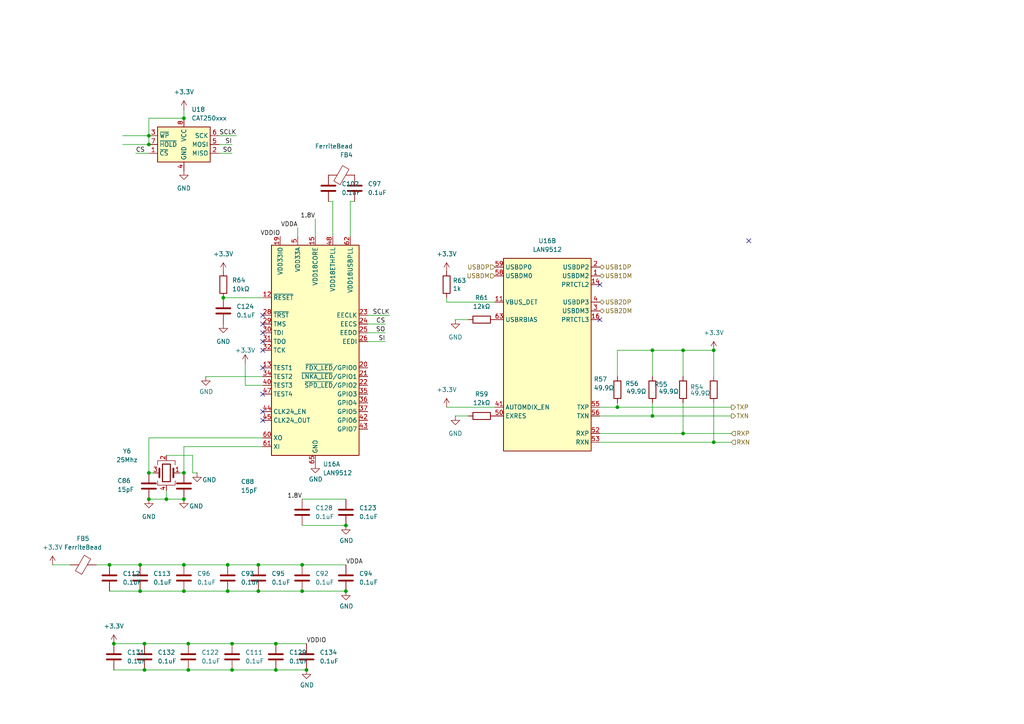
<source format=kicad_sch>
(kicad_sch
	(version 20231120)
	(generator "eeschema")
	(generator_version "8.0")
	(uuid "65d8dab6-784f-479d-a4b3-db5d573b82f4")
	(paper "A4")
	(lib_symbols
		(symbol "Device:C"
			(pin_numbers hide)
			(pin_names
				(offset 0.254)
			)
			(exclude_from_sim no)
			(in_bom yes)
			(on_board yes)
			(property "Reference" "C"
				(at 0.635 2.54 0)
				(effects
					(font
						(size 1.27 1.27)
					)
					(justify left)
				)
			)
			(property "Value" "C"
				(at 0.635 -2.54 0)
				(effects
					(font
						(size 1.27 1.27)
					)
					(justify left)
				)
			)
			(property "Footprint" ""
				(at 0.9652 -3.81 0)
				(effects
					(font
						(size 1.27 1.27)
					)
					(hide yes)
				)
			)
			(property "Datasheet" "~"
				(at 0 0 0)
				(effects
					(font
						(size 1.27 1.27)
					)
					(hide yes)
				)
			)
			(property "Description" "Unpolarized capacitor"
				(at 0 0 0)
				(effects
					(font
						(size 1.27 1.27)
					)
					(hide yes)
				)
			)
			(property "ki_keywords" "cap capacitor"
				(at 0 0 0)
				(effects
					(font
						(size 1.27 1.27)
					)
					(hide yes)
				)
			)
			(property "ki_fp_filters" "C_*"
				(at 0 0 0)
				(effects
					(font
						(size 1.27 1.27)
					)
					(hide yes)
				)
			)
			(symbol "C_0_1"
				(polyline
					(pts
						(xy -2.032 -0.762) (xy 2.032 -0.762)
					)
					(stroke
						(width 0.508)
						(type default)
					)
					(fill
						(type none)
					)
				)
				(polyline
					(pts
						(xy -2.032 0.762) (xy 2.032 0.762)
					)
					(stroke
						(width 0.508)
						(type default)
					)
					(fill
						(type none)
					)
				)
			)
			(symbol "C_1_1"
				(pin passive line
					(at 0 3.81 270)
					(length 2.794)
					(name "~"
						(effects
							(font
								(size 1.27 1.27)
							)
						)
					)
					(number "1"
						(effects
							(font
								(size 1.27 1.27)
							)
						)
					)
				)
				(pin passive line
					(at 0 -3.81 90)
					(length 2.794)
					(name "~"
						(effects
							(font
								(size 1.27 1.27)
							)
						)
					)
					(number "2"
						(effects
							(font
								(size 1.27 1.27)
							)
						)
					)
				)
			)
		)
		(symbol "Device:Crystal_GND24"
			(pin_names
				(offset 1.016) hide)
			(exclude_from_sim no)
			(in_bom yes)
			(on_board yes)
			(property "Reference" "Y"
				(at 3.175 5.08 0)
				(effects
					(font
						(size 1.27 1.27)
					)
					(justify left)
				)
			)
			(property "Value" "Crystal_GND24"
				(at 3.175 3.175 0)
				(effects
					(font
						(size 1.27 1.27)
					)
					(justify left)
				)
			)
			(property "Footprint" ""
				(at 0 0 0)
				(effects
					(font
						(size 1.27 1.27)
					)
					(hide yes)
				)
			)
			(property "Datasheet" "~"
				(at 0 0 0)
				(effects
					(font
						(size 1.27 1.27)
					)
					(hide yes)
				)
			)
			(property "Description" "Four pin crystal, GND on pins 2 and 4"
				(at 0 0 0)
				(effects
					(font
						(size 1.27 1.27)
					)
					(hide yes)
				)
			)
			(property "ki_keywords" "quartz ceramic resonator oscillator"
				(at 0 0 0)
				(effects
					(font
						(size 1.27 1.27)
					)
					(hide yes)
				)
			)
			(property "ki_fp_filters" "Crystal*"
				(at 0 0 0)
				(effects
					(font
						(size 1.27 1.27)
					)
					(hide yes)
				)
			)
			(symbol "Crystal_GND24_0_1"
				(rectangle
					(start -1.143 2.54)
					(end 1.143 -2.54)
					(stroke
						(width 0.3048)
						(type default)
					)
					(fill
						(type none)
					)
				)
				(polyline
					(pts
						(xy -2.54 0) (xy -2.032 0)
					)
					(stroke
						(width 0)
						(type default)
					)
					(fill
						(type none)
					)
				)
				(polyline
					(pts
						(xy -2.032 -1.27) (xy -2.032 1.27)
					)
					(stroke
						(width 0.508)
						(type default)
					)
					(fill
						(type none)
					)
				)
				(polyline
					(pts
						(xy 0 -3.81) (xy 0 -3.556)
					)
					(stroke
						(width 0)
						(type default)
					)
					(fill
						(type none)
					)
				)
				(polyline
					(pts
						(xy 0 3.556) (xy 0 3.81)
					)
					(stroke
						(width 0)
						(type default)
					)
					(fill
						(type none)
					)
				)
				(polyline
					(pts
						(xy 2.032 -1.27) (xy 2.032 1.27)
					)
					(stroke
						(width 0.508)
						(type default)
					)
					(fill
						(type none)
					)
				)
				(polyline
					(pts
						(xy 2.032 0) (xy 2.54 0)
					)
					(stroke
						(width 0)
						(type default)
					)
					(fill
						(type none)
					)
				)
				(polyline
					(pts
						(xy -2.54 -2.286) (xy -2.54 -3.556) (xy 2.54 -3.556) (xy 2.54 -2.286)
					)
					(stroke
						(width 0)
						(type default)
					)
					(fill
						(type none)
					)
				)
				(polyline
					(pts
						(xy -2.54 2.286) (xy -2.54 3.556) (xy 2.54 3.556) (xy 2.54 2.286)
					)
					(stroke
						(width 0)
						(type default)
					)
					(fill
						(type none)
					)
				)
			)
			(symbol "Crystal_GND24_1_1"
				(pin passive line
					(at -3.81 0 0)
					(length 1.27)
					(name "1"
						(effects
							(font
								(size 1.27 1.27)
							)
						)
					)
					(number "1"
						(effects
							(font
								(size 1.27 1.27)
							)
						)
					)
				)
				(pin passive line
					(at 0 5.08 270)
					(length 1.27)
					(name "2"
						(effects
							(font
								(size 1.27 1.27)
							)
						)
					)
					(number "2"
						(effects
							(font
								(size 1.27 1.27)
							)
						)
					)
				)
				(pin passive line
					(at 3.81 0 180)
					(length 1.27)
					(name "3"
						(effects
							(font
								(size 1.27 1.27)
							)
						)
					)
					(number "3"
						(effects
							(font
								(size 1.27 1.27)
							)
						)
					)
				)
				(pin passive line
					(at 0 -5.08 90)
					(length 1.27)
					(name "4"
						(effects
							(font
								(size 1.27 1.27)
							)
						)
					)
					(number "4"
						(effects
							(font
								(size 1.27 1.27)
							)
						)
					)
				)
			)
		)
		(symbol "Device:FerriteBead"
			(pin_numbers hide)
			(pin_names
				(offset 0)
			)
			(exclude_from_sim no)
			(in_bom yes)
			(on_board yes)
			(property "Reference" "FB"
				(at -3.81 0.635 90)
				(effects
					(font
						(size 1.27 1.27)
					)
				)
			)
			(property "Value" "FerriteBead"
				(at 3.81 0 90)
				(effects
					(font
						(size 1.27 1.27)
					)
				)
			)
			(property "Footprint" ""
				(at -1.778 0 90)
				(effects
					(font
						(size 1.27 1.27)
					)
					(hide yes)
				)
			)
			(property "Datasheet" "~"
				(at 0 0 0)
				(effects
					(font
						(size 1.27 1.27)
					)
					(hide yes)
				)
			)
			(property "Description" "Ferrite bead"
				(at 0 0 0)
				(effects
					(font
						(size 1.27 1.27)
					)
					(hide yes)
				)
			)
			(property "ki_keywords" "L ferrite bead inductor filter"
				(at 0 0 0)
				(effects
					(font
						(size 1.27 1.27)
					)
					(hide yes)
				)
			)
			(property "ki_fp_filters" "Inductor_* L_* *Ferrite*"
				(at 0 0 0)
				(effects
					(font
						(size 1.27 1.27)
					)
					(hide yes)
				)
			)
			(symbol "FerriteBead_0_1"
				(polyline
					(pts
						(xy 0 -1.27) (xy 0 -1.2192)
					)
					(stroke
						(width 0)
						(type default)
					)
					(fill
						(type none)
					)
				)
				(polyline
					(pts
						(xy 0 1.27) (xy 0 1.2954)
					)
					(stroke
						(width 0)
						(type default)
					)
					(fill
						(type none)
					)
				)
				(polyline
					(pts
						(xy -2.7686 0.4064) (xy -1.7018 2.2606) (xy 2.7686 -0.3048) (xy 1.6764 -2.159) (xy -2.7686 0.4064)
					)
					(stroke
						(width 0)
						(type default)
					)
					(fill
						(type none)
					)
				)
			)
			(symbol "FerriteBead_1_1"
				(pin passive line
					(at 0 3.81 270)
					(length 2.54)
					(name "~"
						(effects
							(font
								(size 1.27 1.27)
							)
						)
					)
					(number "1"
						(effects
							(font
								(size 1.27 1.27)
							)
						)
					)
				)
				(pin passive line
					(at 0 -3.81 90)
					(length 2.54)
					(name "~"
						(effects
							(font
								(size 1.27 1.27)
							)
						)
					)
					(number "2"
						(effects
							(font
								(size 1.27 1.27)
							)
						)
					)
				)
			)
		)
		(symbol "Device:R"
			(pin_numbers hide)
			(pin_names
				(offset 0)
			)
			(exclude_from_sim no)
			(in_bom yes)
			(on_board yes)
			(property "Reference" "R"
				(at 2.032 0 90)
				(effects
					(font
						(size 1.27 1.27)
					)
				)
			)
			(property "Value" "R"
				(at 0 0 90)
				(effects
					(font
						(size 1.27 1.27)
					)
				)
			)
			(property "Footprint" ""
				(at -1.778 0 90)
				(effects
					(font
						(size 1.27 1.27)
					)
					(hide yes)
				)
			)
			(property "Datasheet" "~"
				(at 0 0 0)
				(effects
					(font
						(size 1.27 1.27)
					)
					(hide yes)
				)
			)
			(property "Description" "Resistor"
				(at 0 0 0)
				(effects
					(font
						(size 1.27 1.27)
					)
					(hide yes)
				)
			)
			(property "ki_keywords" "R res resistor"
				(at 0 0 0)
				(effects
					(font
						(size 1.27 1.27)
					)
					(hide yes)
				)
			)
			(property "ki_fp_filters" "R_*"
				(at 0 0 0)
				(effects
					(font
						(size 1.27 1.27)
					)
					(hide yes)
				)
			)
			(symbol "R_0_1"
				(rectangle
					(start -1.016 -2.54)
					(end 1.016 2.54)
					(stroke
						(width 0.254)
						(type default)
					)
					(fill
						(type none)
					)
				)
			)
			(symbol "R_1_1"
				(pin passive line
					(at 0 3.81 270)
					(length 1.27)
					(name "~"
						(effects
							(font
								(size 1.27 1.27)
							)
						)
					)
					(number "1"
						(effects
							(font
								(size 1.27 1.27)
							)
						)
					)
				)
				(pin passive line
					(at 0 -3.81 90)
					(length 1.27)
					(name "~"
						(effects
							(font
								(size 1.27 1.27)
							)
						)
					)
					(number "2"
						(effects
							(font
								(size 1.27 1.27)
							)
						)
					)
				)
			)
		)
		(symbol "Interface_Ethernet:LAN9512"
			(exclude_from_sim no)
			(in_bom yes)
			(on_board yes)
			(property "Reference" "U"
				(at -15.24 31.75 0)
				(effects
					(font
						(size 1.27 1.27)
					)
				)
			)
			(property "Value" "LAN9512"
				(at 15.24 31.75 0)
				(effects
					(font
						(size 1.27 1.27)
					)
				)
			)
			(property "Footprint" "Package_DFN_QFN:QFN-64-1EP_9x9mm_P0.5mm_EP7.3x7.3mm"
				(at 31.75 -31.75 0)
				(effects
					(font
						(size 1.27 1.27)
					)
					(hide yes)
				)
			)
			(property "Datasheet" "http://ww1.microchip.com/downloads/en/DeviceDoc/00002304A.pdf"
				(at 2.54 -7.62 0)
				(effects
					(font
						(size 1.27 1.27)
					)
					(hide yes)
				)
			)
			(property "Description" "Two USB 2.0 hub with an integrated 10/100 Ethernet controller (0°C to +70°C), QFN-48"
				(at 0 0 0)
				(effects
					(font
						(size 1.27 1.27)
					)
					(hide yes)
				)
			)
			(property "ki_locked" ""
				(at 0 0 0)
				(effects
					(font
						(size 1.27 1.27)
					)
				)
			)
			(property "ki_keywords" "USB HUB Ethernet 10/100"
				(at 0 0 0)
				(effects
					(font
						(size 1.27 1.27)
					)
					(hide yes)
				)
			)
			(property "ki_fp_filters" "QFN*1EP?9x9mm?P0.5mm?EP7.3x7.3mm*"
				(at 0 0 0)
				(effects
					(font
						(size 1.27 1.27)
					)
					(hide yes)
				)
			)
			(symbol "LAN9512_1_1"
				(rectangle
					(start -12.7 30.48)
					(end 12.7 -30.48)
					(stroke
						(width 0.254)
						(type default)
					)
					(fill
						(type background)
					)
				)
				(pin passive line
					(at -5.08 33.02 270)
					(length 2.54) hide
					(name "VDD33A"
						(effects
							(font
								(size 1.27 1.27)
							)
						)
					)
					(number "10"
						(effects
							(font
								(size 1.27 1.27)
							)
						)
					)
				)
				(pin input line
					(at -15.24 15.24 0)
					(length 2.54)
					(name "~{RESET}"
						(effects
							(font
								(size 1.27 1.27)
							)
						)
					)
					(number "12"
						(effects
							(font
								(size 1.27 1.27)
							)
						)
					)
				)
				(pin input line
					(at -15.24 -5.08 0)
					(length 2.54)
					(name "TEST1"
						(effects
							(font
								(size 1.27 1.27)
							)
						)
					)
					(number "13"
						(effects
							(font
								(size 1.27 1.27)
							)
						)
					)
				)
				(pin power_in line
					(at 0 33.02 270)
					(length 2.54)
					(name "VDD18CORE"
						(effects
							(font
								(size 1.27 1.27)
							)
						)
					)
					(number "15"
						(effects
							(font
								(size 1.27 1.27)
							)
						)
					)
				)
				(pin power_in line
					(at -10.16 33.02 270)
					(length 2.54)
					(name "VDD33IO"
						(effects
							(font
								(size 1.27 1.27)
							)
						)
					)
					(number "19"
						(effects
							(font
								(size 1.27 1.27)
							)
						)
					)
				)
				(pin bidirectional line
					(at 15.24 -5.08 180)
					(length 2.54)
					(name "~{FDX_LED}/GPIO0"
						(effects
							(font
								(size 1.27 1.27)
							)
						)
					)
					(number "20"
						(effects
							(font
								(size 1.27 1.27)
							)
						)
					)
				)
				(pin bidirectional line
					(at 15.24 -7.62 180)
					(length 2.54)
					(name "~{LNKA_LED}/GPIO1"
						(effects
							(font
								(size 1.27 1.27)
							)
						)
					)
					(number "21"
						(effects
							(font
								(size 1.27 1.27)
							)
						)
					)
				)
				(pin bidirectional line
					(at 15.24 -10.16 180)
					(length 2.54)
					(name "~{SPD_LED}/GPIO2"
						(effects
							(font
								(size 1.27 1.27)
							)
						)
					)
					(number "22"
						(effects
							(font
								(size 1.27 1.27)
							)
						)
					)
				)
				(pin output line
					(at 15.24 10.16 180)
					(length 2.54)
					(name "EECLK"
						(effects
							(font
								(size 1.27 1.27)
							)
						)
					)
					(number "23"
						(effects
							(font
								(size 1.27 1.27)
							)
						)
					)
				)
				(pin output line
					(at 15.24 7.62 180)
					(length 2.54)
					(name "EECS"
						(effects
							(font
								(size 1.27 1.27)
							)
						)
					)
					(number "24"
						(effects
							(font
								(size 1.27 1.27)
							)
						)
					)
				)
				(pin output line
					(at 15.24 5.08 180)
					(length 2.54)
					(name "EEDO"
						(effects
							(font
								(size 1.27 1.27)
							)
						)
					)
					(number "25"
						(effects
							(font
								(size 1.27 1.27)
							)
						)
					)
				)
				(pin input line
					(at 15.24 2.54 180)
					(length 2.54)
					(name "EEDI"
						(effects
							(font
								(size 1.27 1.27)
							)
						)
					)
					(number "26"
						(effects
							(font
								(size 1.27 1.27)
							)
						)
					)
				)
				(pin passive line
					(at -10.16 33.02 270)
					(length 2.54) hide
					(name "VDD33IO"
						(effects
							(font
								(size 1.27 1.27)
							)
						)
					)
					(number "27"
						(effects
							(font
								(size 1.27 1.27)
							)
						)
					)
				)
				(pin input line
					(at -15.24 10.16 0)
					(length 2.54)
					(name "~{TRST}"
						(effects
							(font
								(size 1.27 1.27)
							)
						)
					)
					(number "28"
						(effects
							(font
								(size 1.27 1.27)
							)
						)
					)
				)
				(pin input line
					(at -15.24 7.62 0)
					(length 2.54)
					(name "TMS"
						(effects
							(font
								(size 1.27 1.27)
							)
						)
					)
					(number "29"
						(effects
							(font
								(size 1.27 1.27)
							)
						)
					)
				)
				(pin input line
					(at -15.24 5.08 0)
					(length 2.54)
					(name "TDI"
						(effects
							(font
								(size 1.27 1.27)
							)
						)
					)
					(number "30"
						(effects
							(font
								(size 1.27 1.27)
							)
						)
					)
				)
				(pin output line
					(at -15.24 2.54 0)
					(length 2.54)
					(name "TDO"
						(effects
							(font
								(size 1.27 1.27)
							)
						)
					)
					(number "31"
						(effects
							(font
								(size 1.27 1.27)
							)
						)
					)
				)
				(pin input line
					(at -15.24 0 0)
					(length 2.54)
					(name "TCK"
						(effects
							(font
								(size 1.27 1.27)
							)
						)
					)
					(number "32"
						(effects
							(font
								(size 1.27 1.27)
							)
						)
					)
				)
				(pin passive line
					(at -10.16 33.02 270)
					(length 2.54) hide
					(name "VDD33IO"
						(effects
							(font
								(size 1.27 1.27)
							)
						)
					)
					(number "33"
						(effects
							(font
								(size 1.27 1.27)
							)
						)
					)
				)
				(pin input line
					(at -15.24 -7.62 0)
					(length 2.54)
					(name "TEST2"
						(effects
							(font
								(size 1.27 1.27)
							)
						)
					)
					(number "34"
						(effects
							(font
								(size 1.27 1.27)
							)
						)
					)
				)
				(pin bidirectional line
					(at 15.24 -12.7 180)
					(length 2.54)
					(name "GPIO3"
						(effects
							(font
								(size 1.27 1.27)
							)
						)
					)
					(number "35"
						(effects
							(font
								(size 1.27 1.27)
							)
						)
					)
				)
				(pin bidirectional line
					(at 15.24 -15.24 180)
					(length 2.54)
					(name "GPIO4"
						(effects
							(font
								(size 1.27 1.27)
							)
						)
					)
					(number "36"
						(effects
							(font
								(size 1.27 1.27)
							)
						)
					)
				)
				(pin bidirectional line
					(at 15.24 -17.78 180)
					(length 2.54)
					(name "GPIO5"
						(effects
							(font
								(size 1.27 1.27)
							)
						)
					)
					(number "37"
						(effects
							(font
								(size 1.27 1.27)
							)
						)
					)
				)
				(pin passive line
					(at 0 33.02 270)
					(length 2.54) hide
					(name "VDD18CORE"
						(effects
							(font
								(size 1.27 1.27)
							)
						)
					)
					(number "38"
						(effects
							(font
								(size 1.27 1.27)
							)
						)
					)
				)
				(pin passive line
					(at -10.16 33.02 270)
					(length 2.54) hide
					(name "VDD33IO"
						(effects
							(font
								(size 1.27 1.27)
							)
						)
					)
					(number "39"
						(effects
							(font
								(size 1.27 1.27)
							)
						)
					)
				)
				(pin input line
					(at -15.24 -10.16 0)
					(length 2.54)
					(name "TEST3"
						(effects
							(font
								(size 1.27 1.27)
							)
						)
					)
					(number "40"
						(effects
							(font
								(size 1.27 1.27)
							)
						)
					)
				)
				(pin bidirectional line
					(at 15.24 -20.32 180)
					(length 2.54)
					(name "GPIO6"
						(effects
							(font
								(size 1.27 1.27)
							)
						)
					)
					(number "42"
						(effects
							(font
								(size 1.27 1.27)
							)
						)
					)
				)
				(pin bidirectional line
					(at 15.24 -22.86 180)
					(length 2.54)
					(name "GPIO7"
						(effects
							(font
								(size 1.27 1.27)
							)
						)
					)
					(number "43"
						(effects
							(font
								(size 1.27 1.27)
							)
						)
					)
				)
				(pin input line
					(at -15.24 -17.78 0)
					(length 2.54)
					(name "CLK24_EN"
						(effects
							(font
								(size 1.27 1.27)
							)
						)
					)
					(number "44"
						(effects
							(font
								(size 1.27 1.27)
							)
						)
					)
				)
				(pin output line
					(at -15.24 -20.32 0)
					(length 2.54)
					(name "CLK24_OUT"
						(effects
							(font
								(size 1.27 1.27)
							)
						)
					)
					(number "45"
						(effects
							(font
								(size 1.27 1.27)
							)
						)
					)
				)
				(pin passive line
					(at -10.16 33.02 270)
					(length 2.54) hide
					(name "VDD33IO"
						(effects
							(font
								(size 1.27 1.27)
							)
						)
					)
					(number "46"
						(effects
							(font
								(size 1.27 1.27)
							)
						)
					)
				)
				(pin input line
					(at -15.24 -12.7 0)
					(length 2.54)
					(name "TEST4"
						(effects
							(font
								(size 1.27 1.27)
							)
						)
					)
					(number "47"
						(effects
							(font
								(size 1.27 1.27)
							)
						)
					)
				)
				(pin power_in line
					(at 5.08 33.02 270)
					(length 2.54)
					(name "VDD18ETHPLL"
						(effects
							(font
								(size 1.27 1.27)
							)
						)
					)
					(number "48"
						(effects
							(font
								(size 1.27 1.27)
							)
						)
					)
				)
				(pin passive line
					(at -5.08 33.02 270)
					(length 2.54) hide
					(name "VDD33A"
						(effects
							(font
								(size 1.27 1.27)
							)
						)
					)
					(number "49"
						(effects
							(font
								(size 1.27 1.27)
							)
						)
					)
				)
				(pin power_in line
					(at -5.08 33.02 270)
					(length 2.54)
					(name "VDD33A"
						(effects
							(font
								(size 1.27 1.27)
							)
						)
					)
					(number "5"
						(effects
							(font
								(size 1.27 1.27)
							)
						)
					)
				)
				(pin passive line
					(at -5.08 33.02 270)
					(length 2.54) hide
					(name "VDD33A"
						(effects
							(font
								(size 1.27 1.27)
							)
						)
					)
					(number "51"
						(effects
							(font
								(size 1.27 1.27)
							)
						)
					)
				)
				(pin passive line
					(at -5.08 33.02 270)
					(length 2.54) hide
					(name "VDD33A"
						(effects
							(font
								(size 1.27 1.27)
							)
						)
					)
					(number "54"
						(effects
							(font
								(size 1.27 1.27)
							)
						)
					)
				)
				(pin passive line
					(at -5.08 33.02 270)
					(length 2.54) hide
					(name "VDD33A"
						(effects
							(font
								(size 1.27 1.27)
							)
						)
					)
					(number "57"
						(effects
							(font
								(size 1.27 1.27)
							)
						)
					)
				)
				(pin input line
					(at -15.24 -25.4 0)
					(length 2.54)
					(name "XO"
						(effects
							(font
								(size 1.27 1.27)
							)
						)
					)
					(number "60"
						(effects
							(font
								(size 1.27 1.27)
							)
						)
					)
				)
				(pin input line
					(at -15.24 -27.94 0)
					(length 2.54)
					(name "XI"
						(effects
							(font
								(size 1.27 1.27)
							)
						)
					)
					(number "61"
						(effects
							(font
								(size 1.27 1.27)
							)
						)
					)
				)
				(pin power_in line
					(at 10.16 33.02 270)
					(length 2.54)
					(name "VDD18USBPLL"
						(effects
							(font
								(size 1.27 1.27)
							)
						)
					)
					(number "62"
						(effects
							(font
								(size 1.27 1.27)
							)
						)
					)
				)
				(pin passive line
					(at -5.08 33.02 270)
					(length 2.54) hide
					(name "VDD33A"
						(effects
							(font
								(size 1.27 1.27)
							)
						)
					)
					(number "64"
						(effects
							(font
								(size 1.27 1.27)
							)
						)
					)
				)
				(pin power_in line
					(at 0 -33.02 90)
					(length 2.54)
					(name "GND"
						(effects
							(font
								(size 1.27 1.27)
							)
						)
					)
					(number "65"
						(effects
							(font
								(size 1.27 1.27)
							)
						)
					)
				)
			)
			(symbol "LAN9512_2_1"
				(rectangle
					(start 12.7 -27.94)
					(end -12.7 27.94)
					(stroke
						(width 0.254)
						(type default)
					)
					(fill
						(type background)
					)
				)
				(pin bidirectional line
					(at 15.24 22.86 180)
					(length 2.54)
					(name "USBDM2"
						(effects
							(font
								(size 1.27 1.27)
							)
						)
					)
					(number "1"
						(effects
							(font
								(size 1.27 1.27)
							)
						)
					)
				)
				(pin input line
					(at -15.24 15.24 0)
					(length 2.54)
					(name "VBUS_DET"
						(effects
							(font
								(size 1.27 1.27)
							)
						)
					)
					(number "11"
						(effects
							(font
								(size 1.27 1.27)
							)
						)
					)
				)
				(pin bidirectional line
					(at 15.24 20.32 180)
					(length 2.54)
					(name "PRTCTL2"
						(effects
							(font
								(size 1.27 1.27)
							)
						)
					)
					(number "14"
						(effects
							(font
								(size 1.27 1.27)
							)
						)
					)
				)
				(pin bidirectional line
					(at 15.24 10.16 180)
					(length 2.54)
					(name "PRTCTL3"
						(effects
							(font
								(size 1.27 1.27)
							)
						)
					)
					(number "16"
						(effects
							(font
								(size 1.27 1.27)
							)
						)
					)
				)
				(pin no_connect line
					(at 12.7 0 180)
					(length 2.54) hide
					(name "NC"
						(effects
							(font
								(size 1.27 1.27)
							)
						)
					)
					(number "17"
						(effects
							(font
								(size 1.27 1.27)
							)
						)
					)
				)
				(pin no_connect line
					(at 12.7 -10.16 180)
					(length 2.54) hide
					(name "NC"
						(effects
							(font
								(size 1.27 1.27)
							)
						)
					)
					(number "18"
						(effects
							(font
								(size 1.27 1.27)
							)
						)
					)
				)
				(pin bidirectional line
					(at 15.24 25.4 180)
					(length 2.54)
					(name "USBDP2"
						(effects
							(font
								(size 1.27 1.27)
							)
						)
					)
					(number "2"
						(effects
							(font
								(size 1.27 1.27)
							)
						)
					)
				)
				(pin bidirectional line
					(at 15.24 12.7 180)
					(length 2.54)
					(name "USBDM3"
						(effects
							(font
								(size 1.27 1.27)
							)
						)
					)
					(number "3"
						(effects
							(font
								(size 1.27 1.27)
							)
						)
					)
				)
				(pin bidirectional line
					(at 15.24 15.24 180)
					(length 2.54)
					(name "USBDP3"
						(effects
							(font
								(size 1.27 1.27)
							)
						)
					)
					(number "4"
						(effects
							(font
								(size 1.27 1.27)
							)
						)
					)
				)
				(pin input line
					(at -15.24 -15.24 0)
					(length 2.54)
					(name "AUTOMDIX_EN"
						(effects
							(font
								(size 1.27 1.27)
							)
						)
					)
					(number "41"
						(effects
							(font
								(size 1.27 1.27)
							)
						)
					)
				)
				(pin input line
					(at -15.24 -17.78 0)
					(length 2.54)
					(name "EXRES"
						(effects
							(font
								(size 1.27 1.27)
							)
						)
					)
					(number "50"
						(effects
							(font
								(size 1.27 1.27)
							)
						)
					)
				)
				(pin input line
					(at 15.24 -22.86 180)
					(length 2.54)
					(name "RXP"
						(effects
							(font
								(size 1.27 1.27)
							)
						)
					)
					(number "52"
						(effects
							(font
								(size 1.27 1.27)
							)
						)
					)
				)
				(pin input line
					(at 15.24 -25.4 180)
					(length 2.54)
					(name "RXN"
						(effects
							(font
								(size 1.27 1.27)
							)
						)
					)
					(number "53"
						(effects
							(font
								(size 1.27 1.27)
							)
						)
					)
				)
				(pin output line
					(at 15.24 -15.24 180)
					(length 2.54)
					(name "TXP"
						(effects
							(font
								(size 1.27 1.27)
							)
						)
					)
					(number "55"
						(effects
							(font
								(size 1.27 1.27)
							)
						)
					)
				)
				(pin output line
					(at 15.24 -17.78 180)
					(length 2.54)
					(name "TXN"
						(effects
							(font
								(size 1.27 1.27)
							)
						)
					)
					(number "56"
						(effects
							(font
								(size 1.27 1.27)
							)
						)
					)
				)
				(pin bidirectional line
					(at -15.24 22.86 0)
					(length 2.54)
					(name "USBDM0"
						(effects
							(font
								(size 1.27 1.27)
							)
						)
					)
					(number "58"
						(effects
							(font
								(size 1.27 1.27)
							)
						)
					)
				)
				(pin bidirectional line
					(at -15.24 25.4 0)
					(length 2.54)
					(name "USBDP0"
						(effects
							(font
								(size 1.27 1.27)
							)
						)
					)
					(number "59"
						(effects
							(font
								(size 1.27 1.27)
							)
						)
					)
				)
				(pin no_connect line
					(at 12.7 2.54 180)
					(length 2.54) hide
					(name "NC"
						(effects
							(font
								(size 1.27 1.27)
							)
						)
					)
					(number "6"
						(effects
							(font
								(size 1.27 1.27)
							)
						)
					)
				)
				(pin input line
					(at -15.24 10.16 0)
					(length 2.54)
					(name "USBRBIAS"
						(effects
							(font
								(size 1.27 1.27)
							)
						)
					)
					(number "63"
						(effects
							(font
								(size 1.27 1.27)
							)
						)
					)
				)
				(pin no_connect line
					(at 12.7 5.08 180)
					(length 2.54) hide
					(name "NC"
						(effects
							(font
								(size 1.27 1.27)
							)
						)
					)
					(number "7"
						(effects
							(font
								(size 1.27 1.27)
							)
						)
					)
				)
				(pin no_connect line
					(at 12.7 -7.62 180)
					(length 2.54) hide
					(name "NC"
						(effects
							(font
								(size 1.27 1.27)
							)
						)
					)
					(number "8"
						(effects
							(font
								(size 1.27 1.27)
							)
						)
					)
				)
				(pin no_connect line
					(at 12.7 -5.08 180)
					(length 2.54) hide
					(name "NC"
						(effects
							(font
								(size 1.27 1.27)
							)
						)
					)
					(number "9"
						(effects
							(font
								(size 1.27 1.27)
							)
						)
					)
				)
			)
		)
		(symbol "Memory_EEPROM:CAT250xxx"
			(exclude_from_sim no)
			(in_bom yes)
			(on_board yes)
			(property "Reference" "U"
				(at -7.62 6.35 0)
				(effects
					(font
						(size 1.27 1.27)
					)
				)
			)
			(property "Value" "CAT250xxx"
				(at 2.54 -6.35 0)
				(effects
					(font
						(size 1.27 1.27)
					)
					(justify left)
				)
			)
			(property "Footprint" ""
				(at 0 0 0)
				(effects
					(font
						(size 1.27 1.27)
					)
					(hide yes)
				)
			)
			(property "Datasheet" "http://www.onsemi.com/PowerSolutions/product.do?id=CAT25040"
				(at 0 0 0)
				(effects
					(font
						(size 1.27 1.27)
					)
					(hide yes)
				)
			)
			(property "Description" "ON Semiconductor SPI Serial EEPROM, DIP-8/SOIC-8/TSSOP-8"
				(at 0 0 0)
				(effects
					(font
						(size 1.27 1.27)
					)
					(hide yes)
				)
			)
			(property "ki_keywords" "EEPROM memory SPI serial"
				(at 0 0 0)
				(effects
					(font
						(size 1.27 1.27)
					)
					(hide yes)
				)
			)
			(property "ki_fp_filters" "DIP*W7.62mm* SOIC*3.9x4.9mm* TSSOP*4.4x3mm*P0.65mm*"
				(at 0 0 0)
				(effects
					(font
						(size 1.27 1.27)
					)
					(hide yes)
				)
			)
			(symbol "CAT250xxx_1_1"
				(rectangle
					(start -7.62 5.08)
					(end 7.62 -5.08)
					(stroke
						(width 0.254)
						(type default)
					)
					(fill
						(type background)
					)
				)
				(pin input line
					(at -10.16 -2.54 0)
					(length 2.54)
					(name "~{CS}"
						(effects
							(font
								(size 1.27 1.27)
							)
						)
					)
					(number "1"
						(effects
							(font
								(size 1.27 1.27)
							)
						)
					)
				)
				(pin tri_state line
					(at 10.16 -2.54 180)
					(length 2.54)
					(name "MISO"
						(effects
							(font
								(size 1.27 1.27)
							)
						)
					)
					(number "2"
						(effects
							(font
								(size 1.27 1.27)
							)
						)
					)
				)
				(pin input line
					(at -10.16 2.54 0)
					(length 2.54)
					(name "~{WP}"
						(effects
							(font
								(size 1.27 1.27)
							)
						)
					)
					(number "3"
						(effects
							(font
								(size 1.27 1.27)
							)
						)
					)
				)
				(pin power_in line
					(at 0 -7.62 90)
					(length 2.54)
					(name "GND"
						(effects
							(font
								(size 1.27 1.27)
							)
						)
					)
					(number "4"
						(effects
							(font
								(size 1.27 1.27)
							)
						)
					)
				)
				(pin input line
					(at 10.16 0 180)
					(length 2.54)
					(name "MOSI"
						(effects
							(font
								(size 1.27 1.27)
							)
						)
					)
					(number "5"
						(effects
							(font
								(size 1.27 1.27)
							)
						)
					)
				)
				(pin input line
					(at 10.16 2.54 180)
					(length 2.54)
					(name "SCK"
						(effects
							(font
								(size 1.27 1.27)
							)
						)
					)
					(number "6"
						(effects
							(font
								(size 1.27 1.27)
							)
						)
					)
				)
				(pin input line
					(at -10.16 0 0)
					(length 2.54)
					(name "~{HOLD}"
						(effects
							(font
								(size 1.27 1.27)
							)
						)
					)
					(number "7"
						(effects
							(font
								(size 1.27 1.27)
							)
						)
					)
				)
				(pin power_in line
					(at 0 7.62 270)
					(length 2.54)
					(name "VCC"
						(effects
							(font
								(size 1.27 1.27)
							)
						)
					)
					(number "8"
						(effects
							(font
								(size 1.27 1.27)
							)
						)
					)
				)
			)
		)
		(symbol "power:+3.3V"
			(power)
			(pin_numbers hide)
			(pin_names
				(offset 0) hide)
			(exclude_from_sim no)
			(in_bom yes)
			(on_board yes)
			(property "Reference" "#PWR"
				(at 0 -3.81 0)
				(effects
					(font
						(size 1.27 1.27)
					)
					(hide yes)
				)
			)
			(property "Value" "+3.3V"
				(at 0 3.556 0)
				(effects
					(font
						(size 1.27 1.27)
					)
				)
			)
			(property "Footprint" ""
				(at 0 0 0)
				(effects
					(font
						(size 1.27 1.27)
					)
					(hide yes)
				)
			)
			(property "Datasheet" ""
				(at 0 0 0)
				(effects
					(font
						(size 1.27 1.27)
					)
					(hide yes)
				)
			)
			(property "Description" "Power symbol creates a global label with name \"+3.3V\""
				(at 0 0 0)
				(effects
					(font
						(size 1.27 1.27)
					)
					(hide yes)
				)
			)
			(property "ki_keywords" "global power"
				(at 0 0 0)
				(effects
					(font
						(size 1.27 1.27)
					)
					(hide yes)
				)
			)
			(symbol "+3.3V_0_1"
				(polyline
					(pts
						(xy -0.762 1.27) (xy 0 2.54)
					)
					(stroke
						(width 0)
						(type default)
					)
					(fill
						(type none)
					)
				)
				(polyline
					(pts
						(xy 0 0) (xy 0 2.54)
					)
					(stroke
						(width 0)
						(type default)
					)
					(fill
						(type none)
					)
				)
				(polyline
					(pts
						(xy 0 2.54) (xy 0.762 1.27)
					)
					(stroke
						(width 0)
						(type default)
					)
					(fill
						(type none)
					)
				)
			)
			(symbol "+3.3V_1_1"
				(pin power_in line
					(at 0 0 90)
					(length 0)
					(name "~"
						(effects
							(font
								(size 1.27 1.27)
							)
						)
					)
					(number "1"
						(effects
							(font
								(size 1.27 1.27)
							)
						)
					)
				)
			)
		)
		(symbol "power:GND"
			(power)
			(pin_numbers hide)
			(pin_names
				(offset 0) hide)
			(exclude_from_sim no)
			(in_bom yes)
			(on_board yes)
			(property "Reference" "#PWR"
				(at 0 -6.35 0)
				(effects
					(font
						(size 1.27 1.27)
					)
					(hide yes)
				)
			)
			(property "Value" "GND"
				(at 0 -3.81 0)
				(effects
					(font
						(size 1.27 1.27)
					)
				)
			)
			(property "Footprint" ""
				(at 0 0 0)
				(effects
					(font
						(size 1.27 1.27)
					)
					(hide yes)
				)
			)
			(property "Datasheet" ""
				(at 0 0 0)
				(effects
					(font
						(size 1.27 1.27)
					)
					(hide yes)
				)
			)
			(property "Description" "Power symbol creates a global label with name \"GND\" , ground"
				(at 0 0 0)
				(effects
					(font
						(size 1.27 1.27)
					)
					(hide yes)
				)
			)
			(property "ki_keywords" "global power"
				(at 0 0 0)
				(effects
					(font
						(size 1.27 1.27)
					)
					(hide yes)
				)
			)
			(symbol "GND_0_1"
				(polyline
					(pts
						(xy 0 0) (xy 0 -1.27) (xy 1.27 -1.27) (xy 0 -2.54) (xy -1.27 -1.27) (xy 0 -1.27)
					)
					(stroke
						(width 0)
						(type default)
					)
					(fill
						(type none)
					)
				)
			)
			(symbol "GND_1_1"
				(pin power_in line
					(at 0 0 270)
					(length 0)
					(name "~"
						(effects
							(font
								(size 1.27 1.27)
							)
						)
					)
					(number "1"
						(effects
							(font
								(size 1.27 1.27)
							)
						)
					)
				)
			)
		)
	)
	(junction
		(at 43.18 137.16)
		(diameter 0)
		(color 0 0 0 0)
		(uuid "061a9d74-8a73-444f-a652-d7ed98d9c2b4")
	)
	(junction
		(at 53.34 171.45)
		(diameter 0)
		(color 0 0 0 0)
		(uuid "1fa0d0b0-5487-4441-ad3a-4b6d59cffba4")
	)
	(junction
		(at 66.04 163.83)
		(diameter 0)
		(color 0 0 0 0)
		(uuid "2168eb70-146f-4fcb-b641-32ac59b29a0f")
	)
	(junction
		(at 43.18 41.91)
		(diameter 0)
		(color 0 0 0 0)
		(uuid "2ccbe5b6-ba6e-4512-b6a8-e1b31286505a")
	)
	(junction
		(at 53.34 137.16)
		(diameter 0)
		(color 0 0 0 0)
		(uuid "2d00fa92-b28b-4510-946a-9a2b68382551")
	)
	(junction
		(at 43.18 144.78)
		(diameter 0)
		(color 0 0 0 0)
		(uuid "2eb197ae-cf4d-4e30-9c47-52a8f99ac7b0")
	)
	(junction
		(at 207.01 101.6)
		(diameter 0)
		(color 0 0 0 0)
		(uuid "2f00acb4-e68c-4227-843c-459a1b7a311f")
	)
	(junction
		(at 54.61 194.31)
		(diameter 0)
		(color 0 0 0 0)
		(uuid "3a3bf32d-ef38-4350-8906-1984e250a2a7")
	)
	(junction
		(at 189.23 120.65)
		(diameter 0)
		(color 0 0 0 0)
		(uuid "3bf08957-8abc-4cea-aab1-c51c843b0147")
	)
	(junction
		(at 74.93 171.45)
		(diameter 0)
		(color 0 0 0 0)
		(uuid "44972437-8896-4261-84ed-70e7caf0c902")
	)
	(junction
		(at 43.18 39.37)
		(diameter 0)
		(color 0 0 0 0)
		(uuid "50cd4b36-7ac9-4064-8fb9-1ee59162f114")
	)
	(junction
		(at 100.33 152.4)
		(diameter 0)
		(color 0 0 0 0)
		(uuid "66f0a224-77c3-4c62-853c-511e12e01551")
	)
	(junction
		(at 80.01 186.69)
		(diameter 0)
		(color 0 0 0 0)
		(uuid "6717b1c5-87b6-4c41-be85-aab690f8bc7e")
	)
	(junction
		(at 87.63 163.83)
		(diameter 0)
		(color 0 0 0 0)
		(uuid "69d8f841-3c8e-46ef-aea2-46985f70311e")
	)
	(junction
		(at 31.75 163.83)
		(diameter 0)
		(color 0 0 0 0)
		(uuid "6fda57a3-c876-4680-b4a2-4cecba21bee3")
	)
	(junction
		(at 198.12 125.73)
		(diameter 0)
		(color 0 0 0 0)
		(uuid "786b3cd2-4cbb-48ff-b275-82bcef40d5af")
	)
	(junction
		(at 67.31 186.69)
		(diameter 0)
		(color 0 0 0 0)
		(uuid "7bd29ba8-f142-4eea-bb6f-bdb44510b76a")
	)
	(junction
		(at 198.12 101.6)
		(diameter 0)
		(color 0 0 0 0)
		(uuid "80ad373b-098e-4db9-a72e-78bee8c87b35")
	)
	(junction
		(at 64.77 86.36)
		(diameter 0)
		(color 0 0 0 0)
		(uuid "8290bb2a-7789-4219-a8ae-76f42d1b0f2b")
	)
	(junction
		(at 100.33 171.45)
		(diameter 0)
		(color 0 0 0 0)
		(uuid "8b55cdad-d5ba-4682-9db6-92ec5bc9dd9c")
	)
	(junction
		(at 207.01 128.27)
		(diameter 0)
		(color 0 0 0 0)
		(uuid "905a6f3d-0910-4b32-b95c-1367cfaa2e52")
	)
	(junction
		(at 48.26 144.78)
		(diameter 0)
		(color 0 0 0 0)
		(uuid "95d90e63-0cf5-4fa5-88d1-adb129f07214")
	)
	(junction
		(at 33.02 186.69)
		(diameter 0)
		(color 0 0 0 0)
		(uuid "9b9db31b-2704-4f6c-a6f2-a2db0ea52c2b")
	)
	(junction
		(at 53.34 34.29)
		(diameter 0)
		(color 0 0 0 0)
		(uuid "9e5075e4-e40b-4c5a-b993-e444a81dada4")
	)
	(junction
		(at 40.64 163.83)
		(diameter 0)
		(color 0 0 0 0)
		(uuid "ad33d632-c012-473e-965f-613e450248b9")
	)
	(junction
		(at 54.61 186.69)
		(diameter 0)
		(color 0 0 0 0)
		(uuid "ad446501-9c3e-4403-909b-ccc2b00ece71")
	)
	(junction
		(at 67.31 194.31)
		(diameter 0)
		(color 0 0 0 0)
		(uuid "b1095a2d-b5ad-434c-a116-2b233443b31f")
	)
	(junction
		(at 189.23 101.6)
		(diameter 0)
		(color 0 0 0 0)
		(uuid "ba1cf770-e4c2-4b5b-9465-eb7d5b64f5e5")
	)
	(junction
		(at 41.91 194.31)
		(diameter 0)
		(color 0 0 0 0)
		(uuid "c9388431-83b4-443b-8581-b3d000a7d5d1")
	)
	(junction
		(at 88.9 194.31)
		(diameter 0)
		(color 0 0 0 0)
		(uuid "d0a98f5e-816c-40b2-91da-2840e8a85577")
	)
	(junction
		(at 80.01 194.31)
		(diameter 0)
		(color 0 0 0 0)
		(uuid "d2e48a52-ed3d-4b9f-a866-1349d6b77266")
	)
	(junction
		(at 66.04 171.45)
		(diameter 0)
		(color 0 0 0 0)
		(uuid "d3b11d39-0e48-42c4-9c57-034431247740")
	)
	(junction
		(at 87.63 171.45)
		(diameter 0)
		(color 0 0 0 0)
		(uuid "dd885640-46e6-4b93-89f0-1d3f896c3a0b")
	)
	(junction
		(at 179.07 118.11)
		(diameter 0)
		(color 0 0 0 0)
		(uuid "e4e01f08-3f10-4e76-ab2e-c09ad1131417")
	)
	(junction
		(at 40.64 171.45)
		(diameter 0)
		(color 0 0 0 0)
		(uuid "e72b10a1-91fc-4fa8-a063-90e1c93c3c8f")
	)
	(junction
		(at 74.93 163.83)
		(diameter 0)
		(color 0 0 0 0)
		(uuid "ec973740-a6d4-45d6-820d-96a69a7fb82c")
	)
	(junction
		(at 41.91 186.69)
		(diameter 0)
		(color 0 0 0 0)
		(uuid "ed73a661-e5a3-473d-8c6f-3747efbbb725")
	)
	(junction
		(at 53.34 144.78)
		(diameter 0)
		(color 0 0 0 0)
		(uuid "eda22501-8ab1-4331-97ba-f15e7b1d8c07")
	)
	(junction
		(at 53.34 163.83)
		(diameter 0)
		(color 0 0 0 0)
		(uuid "f87007c1-1e4a-442c-8033-a65c846f3a63")
	)
	(no_connect
		(at 217.17 69.85)
		(uuid "49f2b4dc-2678-4733-a26b-2df0e680062b")
	)
	(no_connect
		(at 76.2 119.38)
		(uuid "4ffbdce3-7a8c-4480-85d1-f7f25f73652c")
	)
	(no_connect
		(at 76.2 96.52)
		(uuid "74284c11-0b70-4f72-b151-086f3d7d5cee")
	)
	(no_connect
		(at 76.2 114.3)
		(uuid "8403beac-5587-4f0d-853a-0a043c492e0f")
	)
	(no_connect
		(at 76.2 99.06)
		(uuid "8d6b4f6f-69d5-4bc7-aa84-75396c122ce3")
	)
	(no_connect
		(at 76.2 101.6)
		(uuid "aff8711a-7c2c-49d9-8ca2-0cdd189665b9")
	)
	(no_connect
		(at 76.2 106.68)
		(uuid "b44cfa1e-d0a2-42ac-a62c-73ecb2591a14")
	)
	(no_connect
		(at 173.99 92.71)
		(uuid "bd80836c-79f6-42bb-a512-f19c89fe6e47")
	)
	(no_connect
		(at 173.99 82.55)
		(uuid "c3e44d3c-3590-4b18-bae1-6aa4c6b85853")
	)
	(no_connect
		(at 76.2 121.92)
		(uuid "c87d5286-cbd7-4b9a-ad67-1a698184f45c")
	)
	(no_connect
		(at 76.2 91.44)
		(uuid "c89574be-da28-469f-87ca-4ca8bfd39230")
	)
	(no_connect
		(at 76.2 93.98)
		(uuid "d2e7550f-7a77-4547-9717-40ab9d38c328")
	)
	(wire
		(pts
			(xy 189.23 120.65) (xy 173.99 120.65)
		)
		(stroke
			(width 0)
			(type default)
		)
		(uuid "0101e99a-da06-4bf0-9608-dd21875ccac9")
	)
	(wire
		(pts
			(xy 43.18 144.78) (xy 48.26 144.78)
		)
		(stroke
			(width 0)
			(type default)
		)
		(uuid "086955da-8551-4480-8d05-8477bcd3039f")
	)
	(wire
		(pts
			(xy 129.54 87.63) (xy 143.51 87.63)
		)
		(stroke
			(width 0)
			(type default)
		)
		(uuid "0ff4a69b-a4c6-4b6c-9ab0-eb22c36630e3")
	)
	(wire
		(pts
			(xy 59.69 109.22) (xy 76.2 109.22)
		)
		(stroke
			(width 0)
			(type default)
		)
		(uuid "15008031-8d06-4c83-8088-7752174a9034")
	)
	(wire
		(pts
			(xy 39.37 44.45) (xy 43.18 44.45)
		)
		(stroke
			(width 0)
			(type default)
		)
		(uuid "1ba4d3ef-3d16-4945-a8a4-5eb381065252")
	)
	(wire
		(pts
			(xy 31.75 163.83) (xy 40.64 163.83)
		)
		(stroke
			(width 0)
			(type default)
		)
		(uuid "1bab04a5-ef87-4897-87e9-09096cf0664d")
	)
	(wire
		(pts
			(xy 207.01 116.84) (xy 207.01 128.27)
		)
		(stroke
			(width 0)
			(type default)
		)
		(uuid "1e3f8a59-5c16-4a71-827f-1241ebe6533f")
	)
	(wire
		(pts
			(xy 41.91 194.31) (xy 54.61 194.31)
		)
		(stroke
			(width 0)
			(type default)
		)
		(uuid "1e8f3ef2-cb92-4e7d-bc57-649bce9e893b")
	)
	(wire
		(pts
			(xy 212.09 128.27) (xy 207.01 128.27)
		)
		(stroke
			(width 0)
			(type default)
		)
		(uuid "21d8371b-cddb-43dc-963e-303b38692f15")
	)
	(wire
		(pts
			(xy 27.94 163.83) (xy 31.75 163.83)
		)
		(stroke
			(width 0)
			(type default)
		)
		(uuid "22eb5177-2827-4ef6-a354-c49d32f8e1d1")
	)
	(wire
		(pts
			(xy 80.01 194.31) (xy 88.9 194.31)
		)
		(stroke
			(width 0)
			(type default)
		)
		(uuid "24bf5454-1cb1-405c-8bef-a7a84b8e30f3")
	)
	(wire
		(pts
			(xy 67.31 194.31) (xy 80.01 194.31)
		)
		(stroke
			(width 0)
			(type default)
		)
		(uuid "28d5043f-b333-4904-933e-a7ca77e30a63")
	)
	(wire
		(pts
			(xy 40.64 163.83) (xy 53.34 163.83)
		)
		(stroke
			(width 0)
			(type default)
		)
		(uuid "29da881e-186e-4c9b-9eff-7c34899f8921")
	)
	(wire
		(pts
			(xy 87.63 144.78) (xy 100.33 144.78)
		)
		(stroke
			(width 0)
			(type default)
		)
		(uuid "2c232578-acb8-47fc-ac0d-9d071a16ace0")
	)
	(wire
		(pts
			(xy 43.18 137.16) (xy 44.45 137.16)
		)
		(stroke
			(width 0)
			(type default)
		)
		(uuid "30aa805d-8883-4f5b-8ebc-bb0ce7f1257c")
	)
	(wire
		(pts
			(xy 212.09 120.65) (xy 189.23 120.65)
		)
		(stroke
			(width 0)
			(type default)
		)
		(uuid "34b7811d-ae4f-4a35-99a5-17f9fafa45df")
	)
	(wire
		(pts
			(xy 96.52 58.42) (xy 95.25 58.42)
		)
		(stroke
			(width 0)
			(type default)
		)
		(uuid "3c2f414f-4ced-4d45-ab79-02ec0a9f7ac8")
	)
	(wire
		(pts
			(xy 48.26 142.24) (xy 48.26 144.78)
		)
		(stroke
			(width 0)
			(type default)
		)
		(uuid "3c771a65-c0ce-474a-81f9-949a014d9fdf")
	)
	(wire
		(pts
			(xy 64.77 86.36) (xy 76.2 86.36)
		)
		(stroke
			(width 0)
			(type default)
		)
		(uuid "3e935ce7-181c-4221-8164-54305b9c637a")
	)
	(wire
		(pts
			(xy 179.07 118.11) (xy 173.99 118.11)
		)
		(stroke
			(width 0)
			(type default)
		)
		(uuid "44a406c7-747b-41d8-a34c-ca59e7e19ea3")
	)
	(wire
		(pts
			(xy 20.32 163.83) (xy 15.24 163.83)
		)
		(stroke
			(width 0)
			(type default)
		)
		(uuid "46155fae-c5a9-4a18-a6be-60ffe238ebb0")
	)
	(wire
		(pts
			(xy 43.18 34.29) (xy 43.18 39.37)
		)
		(stroke
			(width 0)
			(type default)
		)
		(uuid "47503041-142f-4304-817b-6c1875e07a9e")
	)
	(wire
		(pts
			(xy 91.44 63.5) (xy 91.44 68.58)
		)
		(stroke
			(width 0)
			(type default)
		)
		(uuid "4abe6453-659a-46ec-8ddc-10b0038ecd71")
	)
	(wire
		(pts
			(xy 33.02 186.69) (xy 41.91 186.69)
		)
		(stroke
			(width 0)
			(type default)
		)
		(uuid "4d12c286-d269-4e2c-94a3-484b6ab3693b")
	)
	(wire
		(pts
			(xy 189.23 101.6) (xy 189.23 109.22)
		)
		(stroke
			(width 0)
			(type default)
		)
		(uuid "57476027-4598-445b-a065-357ab63ec0ba")
	)
	(wire
		(pts
			(xy 101.6 58.42) (xy 101.6 68.58)
		)
		(stroke
			(width 0)
			(type default)
		)
		(uuid "5acdb099-b22f-4e61-9df9-7475f1d8f1e9")
	)
	(wire
		(pts
			(xy 198.12 101.6) (xy 207.01 101.6)
		)
		(stroke
			(width 0)
			(type default)
		)
		(uuid "5d8aa2e1-934c-4fba-937c-f58cac383a43")
	)
	(wire
		(pts
			(xy 67.31 186.69) (xy 80.01 186.69)
		)
		(stroke
			(width 0)
			(type default)
		)
		(uuid "5dcd5370-9c8f-49a8-841f-a0485cb5a25a")
	)
	(wire
		(pts
			(xy 53.34 129.54) (xy 76.2 129.54)
		)
		(stroke
			(width 0)
			(type default)
		)
		(uuid "5ddbd498-8a46-47d3-a8b4-b9dbc2caf23a")
	)
	(wire
		(pts
			(xy 40.64 171.45) (xy 53.34 171.45)
		)
		(stroke
			(width 0)
			(type default)
		)
		(uuid "5f009627-73de-4515-9685-ffcfddd988e9")
	)
	(wire
		(pts
			(xy 43.18 127) (xy 43.18 137.16)
		)
		(stroke
			(width 0)
			(type default)
		)
		(uuid "66a1246f-2489-4d56-adb9-9049e5139342")
	)
	(wire
		(pts
			(xy 67.31 44.45) (xy 63.5 44.45)
		)
		(stroke
			(width 0)
			(type default)
		)
		(uuid "6830a4fe-ed18-462d-b28b-731fe62488cc")
	)
	(wire
		(pts
			(xy 31.75 171.45) (xy 40.64 171.45)
		)
		(stroke
			(width 0)
			(type default)
		)
		(uuid "6b276ecc-3d8a-4fa0-8a60-e3fd24eabc51")
	)
	(wire
		(pts
			(xy 54.61 194.31) (xy 67.31 194.31)
		)
		(stroke
			(width 0)
			(type default)
		)
		(uuid "6f575c2f-3bd0-47cc-9cbb-73007d9c5066")
	)
	(wire
		(pts
			(xy 53.34 163.83) (xy 66.04 163.83)
		)
		(stroke
			(width 0)
			(type default)
		)
		(uuid "75128545-e391-4ff1-a456-e22641672a77")
	)
	(wire
		(pts
			(xy 53.34 137.16) (xy 52.07 137.16)
		)
		(stroke
			(width 0)
			(type default)
		)
		(uuid "7a61ad43-5c7a-4398-8055-f3199d2260f2")
	)
	(wire
		(pts
			(xy 55.88 132.08) (xy 48.26 132.08)
		)
		(stroke
			(width 0)
			(type default)
		)
		(uuid "7c7e9b17-3013-4ef2-84ce-44bccf0f975b")
	)
	(wire
		(pts
			(xy 207.01 101.6) (xy 207.01 109.22)
		)
		(stroke
			(width 0)
			(type default)
		)
		(uuid "7d23d353-38f8-4b2d-a86f-0a9a0c2457a8")
	)
	(wire
		(pts
			(xy 111.76 93.98) (xy 106.68 93.98)
		)
		(stroke
			(width 0)
			(type default)
		)
		(uuid "7f501f9a-ab62-4244-95a5-32cd6fa5514e")
	)
	(wire
		(pts
			(xy 41.91 186.69) (xy 54.61 186.69)
		)
		(stroke
			(width 0)
			(type default)
		)
		(uuid "7f5164b1-7aed-4035-991b-908998d121e8")
	)
	(wire
		(pts
			(xy 102.87 58.42) (xy 101.6 58.42)
		)
		(stroke
			(width 0)
			(type default)
		)
		(uuid "852fdd24-d42b-438f-a858-8ff5c0a58352")
	)
	(wire
		(pts
			(xy 68.58 39.37) (xy 63.5 39.37)
		)
		(stroke
			(width 0)
			(type default)
		)
		(uuid "930c71ba-b316-4460-af5a-521aef5d2fce")
	)
	(wire
		(pts
			(xy 66.04 163.83) (xy 74.93 163.83)
		)
		(stroke
			(width 0)
			(type default)
		)
		(uuid "93170cfb-936f-4e66-ab1d-9715b3a44df9")
	)
	(wire
		(pts
			(xy 74.93 163.83) (xy 87.63 163.83)
		)
		(stroke
			(width 0)
			(type default)
		)
		(uuid "95e78da7-63d4-45da-b5e0-6c3015f4d5a6")
	)
	(wire
		(pts
			(xy 96.52 68.58) (xy 96.52 58.42)
		)
		(stroke
			(width 0)
			(type default)
		)
		(uuid "96cede31-b50b-4d67-a786-2d927d2760ab")
	)
	(wire
		(pts
			(xy 129.54 118.11) (xy 143.51 118.11)
		)
		(stroke
			(width 0)
			(type default)
		)
		(uuid "98639d1f-b817-4318-a029-5adbf0bfd941")
	)
	(wire
		(pts
			(xy 179.07 109.22) (xy 179.07 101.6)
		)
		(stroke
			(width 0)
			(type default)
		)
		(uuid "99cd7079-0730-4033-9e44-121fe8d66f3c")
	)
	(wire
		(pts
			(xy 87.63 152.4) (xy 100.33 152.4)
		)
		(stroke
			(width 0)
			(type default)
		)
		(uuid "9c7a3e09-a9b4-4113-b0de-58e05ad545c6")
	)
	(wire
		(pts
			(xy 43.18 34.29) (xy 53.34 34.29)
		)
		(stroke
			(width 0)
			(type default)
		)
		(uuid "9cd0b8f7-45c6-4bb4-9c54-e59fc4515efd")
	)
	(wire
		(pts
			(xy 67.31 41.91) (xy 63.5 41.91)
		)
		(stroke
			(width 0)
			(type default)
		)
		(uuid "9f4113fd-ae04-4376-a2ba-e82e35e915db")
	)
	(wire
		(pts
			(xy 33.02 194.31) (xy 41.91 194.31)
		)
		(stroke
			(width 0)
			(type default)
		)
		(uuid "9fa42443-fa40-4015-8e90-e0e7a10a96fa")
	)
	(wire
		(pts
			(xy 66.04 171.45) (xy 74.93 171.45)
		)
		(stroke
			(width 0)
			(type default)
		)
		(uuid "a091d941-06d9-49e4-a7c1-dd2b5846d812")
	)
	(wire
		(pts
			(xy 86.36 66.04) (xy 86.36 68.58)
		)
		(stroke
			(width 0)
			(type default)
		)
		(uuid "a6a35426-4aec-4139-8140-cd895aa91991")
	)
	(wire
		(pts
			(xy 207.01 128.27) (xy 173.99 128.27)
		)
		(stroke
			(width 0)
			(type default)
		)
		(uuid "a9071483-8c9b-45d1-ac43-efecdea4124a")
	)
	(wire
		(pts
			(xy 48.26 144.78) (xy 53.34 144.78)
		)
		(stroke
			(width 0)
			(type default)
		)
		(uuid "af13d4df-0056-4753-8e9e-c214f444aa7a")
	)
	(wire
		(pts
			(xy 132.08 92.71) (xy 135.89 92.71)
		)
		(stroke
			(width 0)
			(type default)
		)
		(uuid "b0b6423a-bbe3-491c-89fc-c5572a632c5a")
	)
	(wire
		(pts
			(xy 80.01 186.69) (xy 88.9 186.69)
		)
		(stroke
			(width 0)
			(type default)
		)
		(uuid "b2712e7f-eb52-498c-8064-ab68c3205ffa")
	)
	(wire
		(pts
			(xy 54.61 186.69) (xy 67.31 186.69)
		)
		(stroke
			(width 0)
			(type default)
		)
		(uuid "b8b9f823-bf4f-41f7-9402-2a63be93e5a1")
	)
	(wire
		(pts
			(xy 71.12 111.76) (xy 76.2 111.76)
		)
		(stroke
			(width 0)
			(type default)
		)
		(uuid "b930e652-ed22-4046-abe9-bc8b99dd7ee9")
	)
	(wire
		(pts
			(xy 71.12 105.41) (xy 71.12 111.76)
		)
		(stroke
			(width 0)
			(type default)
		)
		(uuid "baa1bf86-067f-4759-90c7-72dfcdb0554e")
	)
	(wire
		(pts
			(xy 74.93 171.45) (xy 87.63 171.45)
		)
		(stroke
			(width 0)
			(type default)
		)
		(uuid "c0f2eb95-620f-4ba1-bdb0-0bb0893d0f58")
	)
	(wire
		(pts
			(xy 87.63 163.83) (xy 100.33 163.83)
		)
		(stroke
			(width 0)
			(type default)
		)
		(uuid "c680d64a-bb4f-4ed4-b749-5f5430c4018c")
	)
	(wire
		(pts
			(xy 53.34 137.16) (xy 53.34 129.54)
		)
		(stroke
			(width 0)
			(type default)
		)
		(uuid "c7081e48-c53b-4265-b588-25666f2c8b69")
	)
	(wire
		(pts
			(xy 113.03 91.44) (xy 106.68 91.44)
		)
		(stroke
			(width 0)
			(type default)
		)
		(uuid "cb350b17-7660-498e-bf57-c1f7f05b02ba")
	)
	(wire
		(pts
			(xy 57.15 137.16) (xy 55.88 137.16)
		)
		(stroke
			(width 0)
			(type default)
		)
		(uuid "cb69012d-c410-4fe2-a260-da404565e629")
	)
	(wire
		(pts
			(xy 35.56 39.37) (xy 43.18 39.37)
		)
		(stroke
			(width 0)
			(type default)
		)
		(uuid "ce3e3e7a-83d2-4439-8087-329c585990e8")
	)
	(wire
		(pts
			(xy 179.07 101.6) (xy 189.23 101.6)
		)
		(stroke
			(width 0)
			(type default)
		)
		(uuid "d1c5ccd9-6022-4494-949f-cfa5c54cc902")
	)
	(wire
		(pts
			(xy 189.23 116.84) (xy 189.23 120.65)
		)
		(stroke
			(width 0)
			(type default)
		)
		(uuid "d36c2f23-0c37-4d10-8b87-0724b7e482ff")
	)
	(wire
		(pts
			(xy 212.09 125.73) (xy 198.12 125.73)
		)
		(stroke
			(width 0)
			(type default)
		)
		(uuid "d70c068e-e532-4610-9aea-2d50d2f7ce7b")
	)
	(wire
		(pts
			(xy 189.23 101.6) (xy 198.12 101.6)
		)
		(stroke
			(width 0)
			(type default)
		)
		(uuid "d8b26c3e-b617-42b8-9dd3-37344227f0fb")
	)
	(wire
		(pts
			(xy 111.76 99.06) (xy 106.68 99.06)
		)
		(stroke
			(width 0)
			(type default)
		)
		(uuid "d9c8b1ee-aa74-44de-8a79-879873dec43f")
	)
	(wire
		(pts
			(xy 198.12 101.6) (xy 198.12 109.22)
		)
		(stroke
			(width 0)
			(type default)
		)
		(uuid "dbb7dfa8-838b-427f-9c86-339a16f7cf39")
	)
	(wire
		(pts
			(xy 87.63 171.45) (xy 100.33 171.45)
		)
		(stroke
			(width 0)
			(type default)
		)
		(uuid "ddb7dc24-37fb-42f5-861a-bcb6e9598748")
	)
	(wire
		(pts
			(xy 111.76 96.52) (xy 106.68 96.52)
		)
		(stroke
			(width 0)
			(type default)
		)
		(uuid "df0f4136-b0cd-4a48-b2e8-a94df5cf1c04")
	)
	(wire
		(pts
			(xy 129.54 86.36) (xy 129.54 87.63)
		)
		(stroke
			(width 0)
			(type default)
		)
		(uuid "df87997e-f855-4c53-b1c2-ab09e8a19b03")
	)
	(wire
		(pts
			(xy 212.09 118.11) (xy 179.07 118.11)
		)
		(stroke
			(width 0)
			(type default)
		)
		(uuid "e3505e94-b77a-41ee-a318-fb91d04eccbc")
	)
	(wire
		(pts
			(xy 43.18 41.91) (xy 43.18 39.37)
		)
		(stroke
			(width 0)
			(type default)
		)
		(uuid "e482bfb1-a7b1-4dbc-a9fa-b562f6270e21")
	)
	(wire
		(pts
			(xy 179.07 116.84) (xy 179.07 118.11)
		)
		(stroke
			(width 0)
			(type default)
		)
		(uuid "e73a6320-61b1-4ffc-9ba2-b1ea1346e4d1")
	)
	(wire
		(pts
			(xy 55.88 137.16) (xy 55.88 132.08)
		)
		(stroke
			(width 0)
			(type default)
		)
		(uuid "ec29fcde-60ed-451b-8bcf-5e320a8efa3f")
	)
	(wire
		(pts
			(xy 53.34 31.75) (xy 53.34 34.29)
		)
		(stroke
			(width 0)
			(type default)
		)
		(uuid "eeb942ee-d452-47d7-8e31-decf1854ced6")
	)
	(wire
		(pts
			(xy 198.12 116.84) (xy 198.12 125.73)
		)
		(stroke
			(width 0)
			(type default)
		)
		(uuid "f023567f-d886-4c63-b92a-546f0acccb84")
	)
	(wire
		(pts
			(xy 53.34 171.45) (xy 66.04 171.45)
		)
		(stroke
			(width 0)
			(type default)
		)
		(uuid "f0550f29-900f-45d1-bf7f-d531589afbea")
	)
	(wire
		(pts
			(xy 43.18 127) (xy 76.2 127)
		)
		(stroke
			(width 0)
			(type default)
		)
		(uuid "f0ea3e52-7b2a-4b45-a636-186458349931")
	)
	(wire
		(pts
			(xy 35.56 41.91) (xy 43.18 41.91)
		)
		(stroke
			(width 0)
			(type default)
		)
		(uuid "f42ee968-3f84-42c8-95b8-d566f4e68623")
	)
	(wire
		(pts
			(xy 132.08 120.65) (xy 135.89 120.65)
		)
		(stroke
			(width 0)
			(type default)
		)
		(uuid "f5f81982-505d-463c-b337-c4d18362962c")
	)
	(wire
		(pts
			(xy 198.12 125.73) (xy 173.99 125.73)
		)
		(stroke
			(width 0)
			(type default)
		)
		(uuid "fc489d33-23ea-41b5-9cc9-db1d1bdbc929")
	)
	(label "SI"
		(at 111.76 99.06 180)
		(fields_autoplaced yes)
		(effects
			(font
				(size 1.27 1.27)
			)
			(justify right bottom)
		)
		(uuid "00dca26b-98f1-4cd5-a550-0bdaadac044b")
	)
	(label "1.8V"
		(at 91.44 63.5 180)
		(fields_autoplaced yes)
		(effects
			(font
				(size 1.27 1.27)
			)
			(justify right bottom)
		)
		(uuid "03f48615-2a11-4340-ad7e-8716920ff1e0")
	)
	(label "SO"
		(at 67.31 44.45 180)
		(fields_autoplaced yes)
		(effects
			(font
				(size 1.27 1.27)
			)
			(justify right bottom)
		)
		(uuid "3fdc97c5-b0e1-469b-80a5-c50ca414ced1")
	)
	(label "VDDA"
		(at 86.36 66.04 180)
		(fields_autoplaced yes)
		(effects
			(font
				(size 1.27 1.27)
			)
			(justify right bottom)
		)
		(uuid "44a3fab8-94fc-4b2d-8530-22164162ca50")
	)
	(label "CS"
		(at 39.37 44.45 0)
		(fields_autoplaced yes)
		(effects
			(font
				(size 1.27 1.27)
			)
			(justify left bottom)
		)
		(uuid "54551e2d-a1d6-47be-be35-d46865594f6f")
	)
	(label "SCLK"
		(at 68.58 39.37 180)
		(fields_autoplaced yes)
		(effects
			(font
				(size 1.27 1.27)
			)
			(justify right bottom)
		)
		(uuid "78b0f718-fb91-400c-917b-7d8d8bfd6434")
	)
	(label "CS"
		(at 111.76 93.98 180)
		(fields_autoplaced yes)
		(effects
			(font
				(size 1.27 1.27)
			)
			(justify right bottom)
		)
		(uuid "8c089018-0a77-4121-8983-8742ddfbc572")
	)
	(label "VDDA"
		(at 100.33 163.83 0)
		(fields_autoplaced yes)
		(effects
			(font
				(size 1.27 1.27)
			)
			(justify left bottom)
		)
		(uuid "a321f4de-604a-4a75-80c0-d5dc44872f10")
	)
	(label "VDDIO"
		(at 81.28 68.58 180)
		(fields_autoplaced yes)
		(effects
			(font
				(size 1.27 1.27)
			)
			(justify right bottom)
		)
		(uuid "aa4a5141-2853-4e74-a667-4ed35cd63224")
	)
	(label "SCLK"
		(at 113.03 91.44 180)
		(fields_autoplaced yes)
		(effects
			(font
				(size 1.27 1.27)
			)
			(justify right bottom)
		)
		(uuid "d0345330-3520-48f3-8941-774cbcb9adcb")
	)
	(label "1.8V"
		(at 87.63 144.78 180)
		(fields_autoplaced yes)
		(effects
			(font
				(size 1.27 1.27)
			)
			(justify right bottom)
		)
		(uuid "d16ee6c2-afd6-49e4-a306-bb2ac2a5268c")
	)
	(label "SI"
		(at 67.31 41.91 180)
		(fields_autoplaced yes)
		(effects
			(font
				(size 1.27 1.27)
			)
			(justify right bottom)
		)
		(uuid "d769b42f-2e3a-4aa4-9513-5bf41d19aaa7")
	)
	(label "SO"
		(at 111.76 96.52 180)
		(fields_autoplaced yes)
		(effects
			(font
				(size 1.27 1.27)
			)
			(justify right bottom)
		)
		(uuid "d85963a6-d25d-4bac-b8f4-b0f94afb0205")
	)
	(label "VDDIO"
		(at 88.9 186.69 0)
		(fields_autoplaced yes)
		(effects
			(font
				(size 1.27 1.27)
			)
			(justify left bottom)
		)
		(uuid "eb28ac93-3db9-401f-a66d-f26246fd8425")
	)
	(hierarchical_label "USB1DP"
		(shape bidirectional)
		(at 173.99 77.47 0)
		(fields_autoplaced yes)
		(effects
			(font
				(size 1.27 1.27)
			)
			(justify left)
		)
		(uuid "04db33bc-82e7-45ed-b568-7afb23f9e503")
	)
	(hierarchical_label "USB2DP"
		(shape bidirectional)
		(at 173.99 87.63 0)
		(fields_autoplaced yes)
		(effects
			(font
				(size 1.27 1.27)
			)
			(justify left)
		)
		(uuid "077cc83d-4886-40ae-9dbf-a7d4f2910f97")
	)
	(hierarchical_label "TXN"
		(shape output)
		(at 212.09 120.65 0)
		(fields_autoplaced yes)
		(effects
			(font
				(size 1.27 1.27)
			)
			(justify left)
		)
		(uuid "3135da11-54d7-44f4-8bd4-2e52c692d01c")
	)
	(hierarchical_label "RXN"
		(shape input)
		(at 212.09 128.27 0)
		(fields_autoplaced yes)
		(effects
			(font
				(size 1.27 1.27)
			)
			(justify left)
		)
		(uuid "4e633e82-fff1-4747-a949-65e7152461fe")
	)
	(hierarchical_label "USB2DM"
		(shape bidirectional)
		(at 173.99 90.17 0)
		(fields_autoplaced yes)
		(effects
			(font
				(size 1.27 1.27)
			)
			(justify left)
		)
		(uuid "5496830a-9590-4867-80c8-c77af9bb19ce")
	)
	(hierarchical_label "USB1DM"
		(shape bidirectional)
		(at 173.99 80.01 0)
		(fields_autoplaced yes)
		(effects
			(font
				(size 1.27 1.27)
			)
			(justify left)
		)
		(uuid "5618807c-8497-4552-be11-43cb6468a797")
	)
	(hierarchical_label "RXP"
		(shape input)
		(at 212.09 125.73 0)
		(fields_autoplaced yes)
		(effects
			(font
				(size 1.27 1.27)
			)
			(justify left)
		)
		(uuid "95af30fe-66b6-4954-aa0f-24f85baf1408")
	)
	(hierarchical_label "TXP"
		(shape output)
		(at 212.09 118.11 0)
		(fields_autoplaced yes)
		(effects
			(font
				(size 1.27 1.27)
			)
			(justify left)
		)
		(uuid "e5d8e14f-cb60-4168-bd24-2a8c2c1cf34b")
	)
	(hierarchical_label "USBDP"
		(shape input)
		(at 143.51 77.47 180)
		(fields_autoplaced yes)
		(effects
			(font
				(size 1.27 1.27)
			)
			(justify right)
		)
		(uuid "ea6bafd4-1bea-4738-b044-3cd33d502972")
	)
	(hierarchical_label "USBDM"
		(shape input)
		(at 143.51 80.01 180)
		(fields_autoplaced yes)
		(effects
			(font
				(size 1.27 1.27)
			)
			(justify right)
		)
		(uuid "f7873437-e0d2-4314-bab1-c7d6adc92356")
	)
	(symbol
		(lib_id "Device:C")
		(at 100.33 167.64 0)
		(unit 1)
		(exclude_from_sim no)
		(in_bom yes)
		(on_board yes)
		(dnp no)
		(fields_autoplaced yes)
		(uuid "03aa7a4e-751a-43c9-b8c3-bede1dcc63ad")
		(property "Reference" "C94"
			(at 104.14 166.3699 0)
			(effects
				(font
					(size 1.27 1.27)
				)
				(justify left)
			)
		)
		(property "Value" "0.1uF"
			(at 104.14 168.9099 0)
			(effects
				(font
					(size 1.27 1.27)
				)
				(justify left)
			)
		)
		(property "Footprint" "Capacitor_SMD:C_0402_1005Metric_Pad0.74x0.62mm_HandSolder"
			(at 101.2952 171.45 0)
			(effects
				(font
					(size 1.27 1.27)
				)
				(hide yes)
			)
		)
		(property "Datasheet" "~"
			(at 100.33 167.64 0)
			(effects
				(font
					(size 1.27 1.27)
				)
				(hide yes)
			)
		)
		(property "Description" "Unpolarized capacitor"
			(at 100.33 167.64 0)
			(effects
				(font
					(size 1.27 1.27)
				)
				(hide yes)
			)
		)
		(pin "1"
			(uuid "be877926-5fda-4b21-9a86-9ea039c29a48")
		)
		(pin "2"
			(uuid "5db4e712-3ef8-415d-8e66-ef7e19d16112")
		)
		(instances
			(project "mainboard4"
				(path "/dd07ab80-a59c-44f4-ac7d-849e21e1384e/3546f414-4018-45c7-a00a-bf02d214bf7f"
					(reference "C94")
					(unit 1)
				)
			)
		)
	)
	(symbol
		(lib_id "power:GND")
		(at 53.34 49.53 0)
		(unit 1)
		(exclude_from_sim no)
		(in_bom yes)
		(on_board yes)
		(dnp no)
		(fields_autoplaced yes)
		(uuid "06d1ad3e-3f22-4922-968d-9f0b1cbf6538")
		(property "Reference" "#PWR01101"
			(at 53.34 55.88 0)
			(effects
				(font
					(size 1.27 1.27)
				)
				(hide yes)
			)
		)
		(property "Value" "GND"
			(at 53.34 54.61 0)
			(effects
				(font
					(size 1.27 1.27)
				)
			)
		)
		(property "Footprint" ""
			(at 53.34 49.53 0)
			(effects
				(font
					(size 1.27 1.27)
				)
				(hide yes)
			)
		)
		(property "Datasheet" ""
			(at 53.34 49.53 0)
			(effects
				(font
					(size 1.27 1.27)
				)
				(hide yes)
			)
		)
		(property "Description" "Power symbol creates a global label with name \"GND\" , ground"
			(at 53.34 49.53 0)
			(effects
				(font
					(size 1.27 1.27)
				)
				(hide yes)
			)
		)
		(pin "1"
			(uuid "60fe91ab-819c-4b30-b84c-c98bd1c5dc1a")
		)
		(instances
			(project "mainboard4"
				(path "/dd07ab80-a59c-44f4-ac7d-849e21e1384e/3546f414-4018-45c7-a00a-bf02d214bf7f"
					(reference "#PWR01101")
					(unit 1)
				)
			)
		)
	)
	(symbol
		(lib_id "Device:C")
		(at 41.91 190.5 0)
		(unit 1)
		(exclude_from_sim no)
		(in_bom yes)
		(on_board yes)
		(dnp no)
		(fields_autoplaced yes)
		(uuid "1100906a-c1ea-4df2-8d2c-2e83fb19a700")
		(property "Reference" "C132"
			(at 45.72 189.2299 0)
			(effects
				(font
					(size 1.27 1.27)
				)
				(justify left)
			)
		)
		(property "Value" "0.1uF"
			(at 45.72 191.7699 0)
			(effects
				(font
					(size 1.27 1.27)
				)
				(justify left)
			)
		)
		(property "Footprint" "Capacitor_SMD:C_0402_1005Metric_Pad0.74x0.62mm_HandSolder"
			(at 42.8752 194.31 0)
			(effects
				(font
					(size 1.27 1.27)
				)
				(hide yes)
			)
		)
		(property "Datasheet" "~"
			(at 41.91 190.5 0)
			(effects
				(font
					(size 1.27 1.27)
				)
				(hide yes)
			)
		)
		(property "Description" "Unpolarized capacitor"
			(at 41.91 190.5 0)
			(effects
				(font
					(size 1.27 1.27)
				)
				(hide yes)
			)
		)
		(pin "1"
			(uuid "a53d4af6-ccd9-4d28-b796-badb24e19f90")
		)
		(pin "2"
			(uuid "84a7c9c5-109f-47a4-a20c-8e9e5f3cbb8d")
		)
		(instances
			(project "mainboard4"
				(path "/dd07ab80-a59c-44f4-ac7d-849e21e1384e/3546f414-4018-45c7-a00a-bf02d214bf7f"
					(reference "C132")
					(unit 1)
				)
			)
		)
	)
	(symbol
		(lib_id "Device:C")
		(at 87.63 167.64 0)
		(unit 1)
		(exclude_from_sim no)
		(in_bom yes)
		(on_board yes)
		(dnp no)
		(fields_autoplaced yes)
		(uuid "1110799b-a2b5-4658-a913-be69661d9154")
		(property "Reference" "C92"
			(at 91.44 166.3699 0)
			(effects
				(font
					(size 1.27 1.27)
				)
				(justify left)
			)
		)
		(property "Value" "0.1uF"
			(at 91.44 168.9099 0)
			(effects
				(font
					(size 1.27 1.27)
				)
				(justify left)
			)
		)
		(property "Footprint" "Capacitor_SMD:C_0402_1005Metric_Pad0.74x0.62mm_HandSolder"
			(at 88.5952 171.45 0)
			(effects
				(font
					(size 1.27 1.27)
				)
				(hide yes)
			)
		)
		(property "Datasheet" "~"
			(at 87.63 167.64 0)
			(effects
				(font
					(size 1.27 1.27)
				)
				(hide yes)
			)
		)
		(property "Description" "Unpolarized capacitor"
			(at 87.63 167.64 0)
			(effects
				(font
					(size 1.27 1.27)
				)
				(hide yes)
			)
		)
		(pin "1"
			(uuid "19938d22-7478-46c8-8d83-dcc710de8c21")
		)
		(pin "2"
			(uuid "7cf13e39-d923-4aaa-8d4a-265fd9f321c5")
		)
		(instances
			(project "mainboard4"
				(path "/dd07ab80-a59c-44f4-ac7d-849e21e1384e/3546f414-4018-45c7-a00a-bf02d214bf7f"
					(reference "C92")
					(unit 1)
				)
			)
		)
	)
	(symbol
		(lib_id "power:GND")
		(at 57.15 137.16 0)
		(unit 1)
		(exclude_from_sim no)
		(in_bom yes)
		(on_board yes)
		(dnp no)
		(uuid "138ba263-c806-4410-a7a8-d8a603af42a3")
		(property "Reference" "#PWR01106"
			(at 57.15 143.51 0)
			(effects
				(font
					(size 1.27 1.27)
				)
				(hide yes)
			)
		)
		(property "Value" "GND"
			(at 60.706 139.192 0)
			(effects
				(font
					(size 1.27 1.27)
				)
			)
		)
		(property "Footprint" ""
			(at 57.15 137.16 0)
			(effects
				(font
					(size 1.27 1.27)
				)
				(hide yes)
			)
		)
		(property "Datasheet" ""
			(at 57.15 137.16 0)
			(effects
				(font
					(size 1.27 1.27)
				)
				(hide yes)
			)
		)
		(property "Description" "Power symbol creates a global label with name \"GND\" , ground"
			(at 57.15 137.16 0)
			(effects
				(font
					(size 1.27 1.27)
				)
				(hide yes)
			)
		)
		(pin "1"
			(uuid "81a9be86-7674-4845-96e0-c7c98a9fe230")
		)
		(instances
			(project "mainboard4"
				(path "/dd07ab80-a59c-44f4-ac7d-849e21e1384e/3546f414-4018-45c7-a00a-bf02d214bf7f"
					(reference "#PWR01106")
					(unit 1)
				)
			)
		)
	)
	(symbol
		(lib_id "power:GND")
		(at 88.9 194.31 0)
		(unit 1)
		(exclude_from_sim no)
		(in_bom yes)
		(on_board yes)
		(dnp no)
		(uuid "1848913b-a3c0-4c5c-8379-389c7d24e30c")
		(property "Reference" "#PWR01103"
			(at 88.9 200.66 0)
			(effects
				(font
					(size 1.27 1.27)
				)
				(hide yes)
			)
		)
		(property "Value" "GND"
			(at 89.027 198.7042 0)
			(effects
				(font
					(size 1.27 1.27)
				)
			)
		)
		(property "Footprint" ""
			(at 88.9 194.31 0)
			(effects
				(font
					(size 1.27 1.27)
				)
				(hide yes)
			)
		)
		(property "Datasheet" ""
			(at 88.9 194.31 0)
			(effects
				(font
					(size 1.27 1.27)
				)
				(hide yes)
			)
		)
		(property "Description" "Power symbol creates a global label with name \"GND\" , ground"
			(at 88.9 194.31 0)
			(effects
				(font
					(size 1.27 1.27)
				)
				(hide yes)
			)
		)
		(pin "1"
			(uuid "3b8e0c79-5879-4c20-b113-a71555229048")
		)
		(instances
			(project "mainboard4"
				(path "/dd07ab80-a59c-44f4-ac7d-849e21e1384e/3546f414-4018-45c7-a00a-bf02d214bf7f"
					(reference "#PWR01103")
					(unit 1)
				)
			)
		)
	)
	(symbol
		(lib_id "Device:C")
		(at 43.18 140.97 0)
		(unit 1)
		(exclude_from_sim no)
		(in_bom yes)
		(on_board yes)
		(dnp no)
		(uuid "1e6d4a65-a230-4937-a528-28bd97f60e01")
		(property "Reference" "C86"
			(at 34.036 139.446 0)
			(effects
				(font
					(size 1.27 1.27)
				)
				(justify left)
			)
		)
		(property "Value" "15pF"
			(at 34.036 141.986 0)
			(effects
				(font
					(size 1.27 1.27)
				)
				(justify left)
			)
		)
		(property "Footprint" "Capacitor_SMD:C_0603_1608Metric_Pad1.08x0.95mm_HandSolder"
			(at 44.1452 144.78 0)
			(effects
				(font
					(size 1.27 1.27)
				)
				(hide yes)
			)
		)
		(property "Datasheet" "~"
			(at 43.18 140.97 0)
			(effects
				(font
					(size 1.27 1.27)
				)
				(hide yes)
			)
		)
		(property "Description" "Unpolarized capacitor"
			(at 43.18 140.97 0)
			(effects
				(font
					(size 1.27 1.27)
				)
				(hide yes)
			)
		)
		(pin "1"
			(uuid "08d147d4-9bab-4b28-92aa-319645100131")
		)
		(pin "2"
			(uuid "5f64064c-4101-4325-a96d-1638a47ad921")
		)
		(instances
			(project "mainboard4"
				(path "/dd07ab80-a59c-44f4-ac7d-849e21e1384e/3546f414-4018-45c7-a00a-bf02d214bf7f"
					(reference "C86")
					(unit 1)
				)
			)
		)
	)
	(symbol
		(lib_id "Device:R")
		(at 207.01 113.03 0)
		(unit 1)
		(exclude_from_sim no)
		(in_bom yes)
		(on_board yes)
		(dnp no)
		(uuid "1f53be01-c524-4e98-bb4f-2b49c94db98f")
		(property "Reference" "R54"
			(at 200.152 112.268 0)
			(effects
				(font
					(size 1.27 1.27)
				)
				(justify left)
			)
		)
		(property "Value" "49.9Ω"
			(at 200.152 114.046 0)
			(effects
				(font
					(size 1.27 1.27)
				)
				(justify left)
			)
		)
		(property "Footprint" "Resistor_SMD:R_0603_1608Metric_Pad0.98x0.95mm_HandSolder"
			(at 205.232 113.03 90)
			(effects
				(font
					(size 1.27 1.27)
				)
				(hide yes)
			)
		)
		(property "Datasheet" "~"
			(at 207.01 113.03 0)
			(effects
				(font
					(size 1.27 1.27)
				)
				(hide yes)
			)
		)
		(property "Description" "Resistor"
			(at 207.01 113.03 0)
			(effects
				(font
					(size 1.27 1.27)
				)
				(hide yes)
			)
		)
		(pin "2"
			(uuid "cde0997b-10cb-44ac-a280-b49268089a0f")
		)
		(pin "1"
			(uuid "624168b6-6ed0-4da7-bf73-d9252d425b6b")
		)
		(instances
			(project "mainboard4"
				(path "/dd07ab80-a59c-44f4-ac7d-849e21e1384e/3546f414-4018-45c7-a00a-bf02d214bf7f"
					(reference "R54")
					(unit 1)
				)
			)
		)
	)
	(symbol
		(lib_id "Device:C")
		(at 64.77 90.17 0)
		(unit 1)
		(exclude_from_sim no)
		(in_bom yes)
		(on_board yes)
		(dnp no)
		(fields_autoplaced yes)
		(uuid "29c5ec00-e7cc-499a-b7b9-e4f03b07e43d")
		(property "Reference" "C124"
			(at 68.58 88.8999 0)
			(effects
				(font
					(size 1.27 1.27)
				)
				(justify left)
			)
		)
		(property "Value" "0.1uF"
			(at 68.58 91.4399 0)
			(effects
				(font
					(size 1.27 1.27)
				)
				(justify left)
			)
		)
		(property "Footprint" "Capacitor_SMD:C_0402_1005Metric_Pad0.74x0.62mm_HandSolder"
			(at 65.7352 93.98 0)
			(effects
				(font
					(size 1.27 1.27)
				)
				(hide yes)
			)
		)
		(property "Datasheet" "~"
			(at 64.77 90.17 0)
			(effects
				(font
					(size 1.27 1.27)
				)
				(hide yes)
			)
		)
		(property "Description" "Unpolarized capacitor"
			(at 64.77 90.17 0)
			(effects
				(font
					(size 1.27 1.27)
				)
				(hide yes)
			)
		)
		(pin "1"
			(uuid "df199d83-4777-4b3e-8044-53785867518c")
		)
		(pin "2"
			(uuid "a8b500ee-ef74-4041-9469-284433ffb1c4")
		)
		(instances
			(project "mainboard4"
				(path "/dd07ab80-a59c-44f4-ac7d-849e21e1384e/3546f414-4018-45c7-a00a-bf02d214bf7f"
					(reference "C124")
					(unit 1)
				)
			)
		)
	)
	(symbol
		(lib_id "power:+3.3V")
		(at 33.02 186.69 0)
		(unit 1)
		(exclude_from_sim no)
		(in_bom yes)
		(on_board yes)
		(dnp no)
		(fields_autoplaced yes)
		(uuid "2f73dba7-40f2-4af5-ab31-2cdaaac8c195")
		(property "Reference" "#PWR01108"
			(at 33.02 190.5 0)
			(effects
				(font
					(size 1.27 1.27)
				)
				(hide yes)
			)
		)
		(property "Value" "+3.3V"
			(at 33.02 181.61 0)
			(effects
				(font
					(size 1.27 1.27)
				)
			)
		)
		(property "Footprint" ""
			(at 33.02 186.69 0)
			(effects
				(font
					(size 1.27 1.27)
				)
				(hide yes)
			)
		)
		(property "Datasheet" ""
			(at 33.02 186.69 0)
			(effects
				(font
					(size 1.27 1.27)
				)
				(hide yes)
			)
		)
		(property "Description" "Power symbol creates a global label with name \"+3.3V\""
			(at 33.02 186.69 0)
			(effects
				(font
					(size 1.27 1.27)
				)
				(hide yes)
			)
		)
		(pin "1"
			(uuid "a086d0da-580e-492d-a831-46dd9c13859a")
		)
		(instances
			(project "mainboard4"
				(path "/dd07ab80-a59c-44f4-ac7d-849e21e1384e/3546f414-4018-45c7-a00a-bf02d214bf7f"
					(reference "#PWR01108")
					(unit 1)
				)
			)
		)
	)
	(symbol
		(lib_id "Interface_Ethernet:LAN9512")
		(at 91.44 101.6 0)
		(unit 1)
		(exclude_from_sim no)
		(in_bom yes)
		(on_board yes)
		(dnp no)
		(fields_autoplaced yes)
		(uuid "3023f51b-18a7-4615-be4e-42986a939aae")
		(property "Reference" "U16"
			(at 93.6341 134.62 0)
			(effects
				(font
					(size 1.27 1.27)
				)
				(justify left)
			)
		)
		(property "Value" "LAN9512"
			(at 93.6341 137.16 0)
			(effects
				(font
					(size 1.27 1.27)
				)
				(justify left)
			)
		)
		(property "Footprint" "Package_DFN_QFN:QFN-64-1EP_9x9mm_P0.5mm_EP7.3x7.3mm"
			(at 123.19 133.35 0)
			(effects
				(font
					(size 1.27 1.27)
				)
				(hide yes)
			)
		)
		(property "Datasheet" "http://ww1.microchip.com/downloads/en/DeviceDoc/00002304A.pdf"
			(at 93.98 109.22 0)
			(effects
				(font
					(size 1.27 1.27)
				)
				(hide yes)
			)
		)
		(property "Description" "Two USB 2.0 hub with an integrated 10/100 Ethernet controller (0°C to +70°C), QFN-48"
			(at 91.44 101.6 0)
			(effects
				(font
					(size 1.27 1.27)
				)
				(hide yes)
			)
		)
		(pin "21"
			(uuid "9029ee6e-3c34-427f-a040-fe44eea18758")
		)
		(pin "23"
			(uuid "2f3c38ef-14d5-4a68-9bc4-08007afe6c25")
		)
		(pin "32"
			(uuid "01dfbba6-2a4e-45f3-9783-4d27df666bdf")
		)
		(pin "35"
			(uuid "9c18af9e-8f8c-4942-89d0-a7cfb1d832c1")
		)
		(pin "37"
			(uuid "3f0be9d8-baaf-4f2c-a33a-a9ce2da07892")
		)
		(pin "39"
			(uuid "b234a8bd-181a-4469-bc97-0983c33718d1")
		)
		(pin "42"
			(uuid "87bfd5fe-8d31-4a37-8880-865119355b3a")
		)
		(pin "27"
			(uuid "3691320a-5b16-402d-bf3b-e078f91a6b12")
		)
		(pin "47"
			(uuid "a0660f18-983c-4046-a732-b8c47678f101")
		)
		(pin "49"
			(uuid "6cfef19b-aefe-471f-86ba-3e36fa27c166")
		)
		(pin "5"
			(uuid "2469b905-c8c7-479e-ad3e-2690ae8f00d3")
		)
		(pin "51"
			(uuid "0ae0d3a1-be00-493a-a94b-137d46bcb624")
		)
		(pin "24"
			(uuid "11a30831-8656-4713-adc0-d694c99d8815")
		)
		(pin "54"
			(uuid "63e54d0c-76d2-4fb5-a6b8-472208d462d0")
		)
		(pin "10"
			(uuid "63334d68-c82d-4d8a-b18d-2e00701ef719")
		)
		(pin "19"
			(uuid "629171cd-8942-452c-86ea-11ef90f71386")
		)
		(pin "29"
			(uuid "7a96e717-a561-453c-9e92-4f6ff833c743")
		)
		(pin "26"
			(uuid "0da3f097-48d3-4f87-9655-34ec372bc78d")
		)
		(pin "20"
			(uuid "fb304f8c-282b-4b28-b331-4a1da624c5f8")
		)
		(pin "28"
			(uuid "43bc59b0-6333-4621-88e7-0a7435980594")
		)
		(pin "15"
			(uuid "3624ba71-d061-46a2-92d8-7da3e6683db0")
		)
		(pin "30"
			(uuid "e07ed2e6-f889-4e68-91a5-69df1cfa07a8")
		)
		(pin "31"
			(uuid "3600833d-0eab-4c9b-8c39-c4cac31f812f")
		)
		(pin "33"
			(uuid "448d223c-9124-4391-8473-140af3c62a27")
		)
		(pin "12"
			(uuid "ca602cba-6194-4bff-ab26-a84ca8cf8057")
		)
		(pin "13"
			(uuid "da9be8b7-2349-4127-869d-3a31056cc5a1")
		)
		(pin "22"
			(uuid "3e7d44fb-15be-4bad-a8ba-32b6490e6b54")
		)
		(pin "25"
			(uuid "1c8c831a-fbba-4fa7-9709-9f2fee036f4a")
		)
		(pin "34"
			(uuid "9d0048a1-92cc-4264-8fa8-daa9b372d178")
		)
		(pin "36"
			(uuid "c0617810-2081-4096-8a73-a68dbe5711a0")
		)
		(pin "38"
			(uuid "a4903236-7749-49d6-8020-d35a27b6cf2b")
		)
		(pin "40"
			(uuid "86b13356-568d-491f-b887-11e567515a2c")
		)
		(pin "43"
			(uuid "c3cd1b6d-b695-4336-a10a-89ba75c90591")
		)
		(pin "44"
			(uuid "3875e78e-3e6e-4251-8b29-426b4d6dd376")
		)
		(pin "1"
			(uuid "93bbf265-d1fe-4dbe-b31b-eb0c25fde062")
		)
		(pin "45"
			(uuid "4aca304d-b392-4a63-b6ae-2859e0196583")
		)
		(pin "46"
			(uuid "43ca3b56-9d39-4a60-9b41-1f4a4c6cf36d")
		)
		(pin "48"
			(uuid "5af514d7-02b3-4184-a70f-51f1eb953a9d")
		)
		(pin "62"
			(uuid "a23cac6f-2094-4b1b-9778-a99859b224d8")
		)
		(pin "17"
			(uuid "b6b228ae-30c6-4f67-bb11-ac41e2b84aa9")
		)
		(pin "3"
			(uuid "5f526112-f3fa-4ae6-886f-e34a5d1f2064")
		)
		(pin "63"
			(uuid "e4859324-2562-4c49-80ba-89f9eaee697b")
		)
		(pin "11"
			(uuid "98999f73-276e-43f7-8a01-71020cd7a551")
		)
		(pin "6"
			(uuid "cce87fe4-eb48-4c70-b0a0-c5a8286e0509")
		)
		(pin "58"
			(uuid "4820566d-c61e-4bf1-bd9f-f8a0284a80aa")
		)
		(pin "7"
			(uuid "0cffdc7a-131d-4d8b-8432-adf37d0c08f8")
		)
		(pin "9"
			(uuid "feab7a6e-49fc-496d-b6ec-ad50849c0ec3")
		)
		(pin "2"
			(uuid "336ce2f5-b99f-4edc-9c4d-587594a4ebe5")
		)
		(pin "61"
			(uuid "b907997b-9750-454b-83bb-198cb4b7dddb")
		)
		(pin "56"
			(uuid "80311934-4827-45ac-b0bf-9f65d6d5d670")
		)
		(pin "8"
			(uuid "c118d0ac-6b0e-45a8-a716-5df1acf5652f")
		)
		(pin "53"
			(uuid "65cbc60c-a492-424f-8bc1-2ba10e3c1b21")
		)
		(pin "52"
			(uuid "7bf9ab7e-0f22-424e-8963-ca5245543896")
		)
		(pin "14"
			(uuid "5478a2fd-924f-4bee-bda6-4d54f341d9d4")
		)
		(pin "18"
			(uuid "4a369587-03dc-4150-8073-c952b5255234")
		)
		(pin "64"
			(uuid "e2546268-6b43-431b-b958-91d2239490ef")
		)
		(pin "50"
			(uuid "6887ecdf-7acb-4535-b9bc-f5bf40d9a908")
		)
		(pin "60"
			(uuid "7fb0351f-cb56-4de6-a183-a463d6ebcc79")
		)
		(pin "4"
			(uuid "6a650536-2329-4291-8dd2-effb28edfae5")
		)
		(pin "59"
			(uuid "725ea3ea-c157-4e75-95c3-ff75969f18cb")
		)
		(pin "55"
			(uuid "9ddbf4aa-2c4d-40db-af7e-8754ada374e5")
		)
		(pin "16"
			(uuid "faf9e214-9c4b-4d06-b11f-af1ea8139364")
		)
		(pin "57"
			(uuid "51e11368-cd8d-441f-a3fa-bb2a13f2f829")
		)
		(pin "65"
			(uuid "82d70c44-7219-4ca3-b653-6b52d5c73d07")
		)
		(pin "41"
			(uuid "5acdbdbe-0be7-401d-962f-49f56e0b5723")
		)
		(instances
			(project ""
				(path "/dd07ab80-a59c-44f4-ac7d-849e21e1384e/3546f414-4018-45c7-a00a-bf02d214bf7f"
					(reference "U16")
					(unit 1)
				)
			)
		)
	)
	(symbol
		(lib_id "power:GND")
		(at 59.69 109.22 0)
		(unit 1)
		(exclude_from_sim no)
		(in_bom yes)
		(on_board yes)
		(dnp no)
		(uuid "36cebdc8-abf2-4d9b-b332-1feeed02eeac")
		(property "Reference" "#PWR027"
			(at 59.69 115.57 0)
			(effects
				(font
					(size 1.27 1.27)
				)
				(hide yes)
			)
		)
		(property "Value" "GND"
			(at 59.817 113.6142 0)
			(effects
				(font
					(size 1.27 1.27)
				)
			)
		)
		(property "Footprint" ""
			(at 59.69 109.22 0)
			(effects
				(font
					(size 1.27 1.27)
				)
				(hide yes)
			)
		)
		(property "Datasheet" ""
			(at 59.69 109.22 0)
			(effects
				(font
					(size 1.27 1.27)
				)
				(hide yes)
			)
		)
		(property "Description" "Power symbol creates a global label with name \"GND\" , ground"
			(at 59.69 109.22 0)
			(effects
				(font
					(size 1.27 1.27)
				)
				(hide yes)
			)
		)
		(pin "1"
			(uuid "b3936076-58e1-42b2-b614-a3223a236202")
		)
		(instances
			(project "mainboard4"
				(path "/dd07ab80-a59c-44f4-ac7d-849e21e1384e/3546f414-4018-45c7-a00a-bf02d214bf7f"
					(reference "#PWR027")
					(unit 1)
				)
			)
		)
	)
	(symbol
		(lib_id "Device:R")
		(at 64.77 82.55 180)
		(unit 1)
		(exclude_from_sim no)
		(in_bom yes)
		(on_board yes)
		(dnp no)
		(fields_autoplaced yes)
		(uuid "36f99f33-bb64-4ef9-b82b-0fca604cb281")
		(property "Reference" "R64"
			(at 67.31 81.2799 0)
			(effects
				(font
					(size 1.27 1.27)
				)
				(justify right)
			)
		)
		(property "Value" "10kΩ"
			(at 67.31 83.8199 0)
			(effects
				(font
					(size 1.27 1.27)
				)
				(justify right)
			)
		)
		(property "Footprint" "Resistor_SMD:R_0603_1608Metric_Pad0.98x0.95mm_HandSolder"
			(at 66.548 82.55 90)
			(effects
				(font
					(size 1.27 1.27)
				)
				(hide yes)
			)
		)
		(property "Datasheet" "~"
			(at 64.77 82.55 0)
			(effects
				(font
					(size 1.27 1.27)
				)
				(hide yes)
			)
		)
		(property "Description" "Resistor"
			(at 64.77 82.55 0)
			(effects
				(font
					(size 1.27 1.27)
				)
				(hide yes)
			)
		)
		(pin "1"
			(uuid "f96809b7-ae46-4ef0-a100-14bdcc9877fa")
		)
		(pin "2"
			(uuid "05f46dbb-7e0f-4a2b-b33c-5a3c156d7d06")
		)
		(instances
			(project "mainboard4"
				(path "/dd07ab80-a59c-44f4-ac7d-849e21e1384e/3546f414-4018-45c7-a00a-bf02d214bf7f"
					(reference "R64")
					(unit 1)
				)
			)
		)
	)
	(symbol
		(lib_id "power:+3.3V")
		(at 64.77 78.74 0)
		(unit 1)
		(exclude_from_sim no)
		(in_bom yes)
		(on_board yes)
		(dnp no)
		(fields_autoplaced yes)
		(uuid "437fea76-270b-42e7-b891-2746a23a4e13")
		(property "Reference" "#PWR054"
			(at 64.77 82.55 0)
			(effects
				(font
					(size 1.27 1.27)
				)
				(hide yes)
			)
		)
		(property "Value" "+3.3V"
			(at 64.77 73.66 0)
			(effects
				(font
					(size 1.27 1.27)
				)
			)
		)
		(property "Footprint" ""
			(at 64.77 78.74 0)
			(effects
				(font
					(size 1.27 1.27)
				)
				(hide yes)
			)
		)
		(property "Datasheet" ""
			(at 64.77 78.74 0)
			(effects
				(font
					(size 1.27 1.27)
				)
				(hide yes)
			)
		)
		(property "Description" "Power symbol creates a global label with name \"+3.3V\""
			(at 64.77 78.74 0)
			(effects
				(font
					(size 1.27 1.27)
				)
				(hide yes)
			)
		)
		(pin "1"
			(uuid "dadf3742-ed4a-4976-98a8-0ed3b3397626")
		)
		(instances
			(project "mainboard4"
				(path "/dd07ab80-a59c-44f4-ac7d-849e21e1384e/3546f414-4018-45c7-a00a-bf02d214bf7f"
					(reference "#PWR054")
					(unit 1)
				)
			)
		)
	)
	(symbol
		(lib_id "Device:C")
		(at 74.93 167.64 0)
		(unit 1)
		(exclude_from_sim no)
		(in_bom yes)
		(on_board yes)
		(dnp no)
		(fields_autoplaced yes)
		(uuid "4651d10f-7e71-4bfd-943d-8a9d29690323")
		(property "Reference" "C95"
			(at 78.74 166.3699 0)
			(effects
				(font
					(size 1.27 1.27)
				)
				(justify left)
			)
		)
		(property "Value" "0.1uF"
			(at 78.74 168.9099 0)
			(effects
				(font
					(size 1.27 1.27)
				)
				(justify left)
			)
		)
		(property "Footprint" "Capacitor_SMD:C_0402_1005Metric_Pad0.74x0.62mm_HandSolder"
			(at 75.8952 171.45 0)
			(effects
				(font
					(size 1.27 1.27)
				)
				(hide yes)
			)
		)
		(property "Datasheet" "~"
			(at 74.93 167.64 0)
			(effects
				(font
					(size 1.27 1.27)
				)
				(hide yes)
			)
		)
		(property "Description" "Unpolarized capacitor"
			(at 74.93 167.64 0)
			(effects
				(font
					(size 1.27 1.27)
				)
				(hide yes)
			)
		)
		(pin "1"
			(uuid "da3c9807-f9a7-4086-bf2b-eab302846dbc")
		)
		(pin "2"
			(uuid "4521c370-7fc5-4693-9ce2-344e64c6deac")
		)
		(instances
			(project "mainboard4"
				(path "/dd07ab80-a59c-44f4-ac7d-849e21e1384e/3546f414-4018-45c7-a00a-bf02d214bf7f"
					(reference "C95")
					(unit 1)
				)
			)
		)
	)
	(symbol
		(lib_id "Device:R")
		(at 189.23 113.03 0)
		(unit 1)
		(exclude_from_sim no)
		(in_bom yes)
		(on_board yes)
		(dnp no)
		(uuid "4bbfae1c-a6fb-45b6-a558-a2fa3532d8d3")
		(property "Reference" "R56"
			(at 181.356 111.252 0)
			(effects
				(font
					(size 1.27 1.27)
				)
				(justify left)
			)
		)
		(property "Value" "49.9Ω"
			(at 181.61 113.538 0)
			(effects
				(font
					(size 1.27 1.27)
				)
				(justify left)
			)
		)
		(property "Footprint" "Resistor_SMD:R_0603_1608Metric_Pad0.98x0.95mm_HandSolder"
			(at 187.452 113.03 90)
			(effects
				(font
					(size 1.27 1.27)
				)
				(hide yes)
			)
		)
		(property "Datasheet" "~"
			(at 189.23 113.03 0)
			(effects
				(font
					(size 1.27 1.27)
				)
				(hide yes)
			)
		)
		(property "Description" "Resistor"
			(at 189.23 113.03 0)
			(effects
				(font
					(size 1.27 1.27)
				)
				(hide yes)
			)
		)
		(pin "2"
			(uuid "da198309-e96f-4e6b-9329-64eec524fb2c")
		)
		(pin "1"
			(uuid "247fe225-c32e-4230-b377-6a94d92638ad")
		)
		(instances
			(project "mainboard4"
				(path "/dd07ab80-a59c-44f4-ac7d-849e21e1384e/3546f414-4018-45c7-a00a-bf02d214bf7f"
					(reference "R56")
					(unit 1)
				)
			)
		)
	)
	(symbol
		(lib_id "Device:Crystal_GND24")
		(at 48.26 137.16 0)
		(mirror y)
		(unit 1)
		(exclude_from_sim no)
		(in_bom yes)
		(on_board yes)
		(dnp no)
		(uuid "535f72ba-0465-4ebe-abf8-1f8b436a5e57")
		(property "Reference" "Y6"
			(at 36.83 130.8414 0)
			(effects
				(font
					(size 1.27 1.27)
				)
			)
		)
		(property "Value" "25Mhz"
			(at 36.83 133.3814 0)
			(effects
				(font
					(size 1.27 1.27)
				)
			)
		)
		(property "Footprint" "Crystal:Crystal_SMD_SeikoEpson_FA128-4Pin_2.0x1.6mm"
			(at 48.26 137.16 0)
			(effects
				(font
					(size 1.27 1.27)
				)
				(hide yes)
			)
		)
		(property "Datasheet" "~"
			(at 48.26 137.16 0)
			(effects
				(font
					(size 1.27 1.27)
				)
				(hide yes)
			)
		)
		(property "Description" "Four pin crystal, GND on pins 2 and 4"
			(at 48.26 137.16 0)
			(effects
				(font
					(size 1.27 1.27)
				)
				(hide yes)
			)
		)
		(pin "4"
			(uuid "25b33948-86ab-49ab-91ec-42bcbdfd4cd7")
		)
		(pin "1"
			(uuid "4903c23d-42dc-4ffb-9b46-a2298d82f720")
		)
		(pin "2"
			(uuid "b4c0cffe-85f5-4c25-8a86-082def683883")
		)
		(pin "3"
			(uuid "60447a49-060e-4f04-a726-b93cffe7d771")
		)
		(instances
			(project "mainboard4"
				(path "/dd07ab80-a59c-44f4-ac7d-849e21e1384e/3546f414-4018-45c7-a00a-bf02d214bf7f"
					(reference "Y6")
					(unit 1)
				)
			)
		)
	)
	(symbol
		(lib_id "power:GND")
		(at 64.77 93.98 0)
		(unit 1)
		(exclude_from_sim no)
		(in_bom yes)
		(on_board yes)
		(dnp no)
		(fields_autoplaced yes)
		(uuid "536556d5-ce4e-4e26-92f5-8c3c3799bf24")
		(property "Reference" "#PWR053"
			(at 64.77 100.33 0)
			(effects
				(font
					(size 1.27 1.27)
				)
				(hide yes)
			)
		)
		(property "Value" "GND"
			(at 64.77 99.06 0)
			(effects
				(font
					(size 1.27 1.27)
				)
			)
		)
		(property "Footprint" ""
			(at 64.77 93.98 0)
			(effects
				(font
					(size 1.27 1.27)
				)
				(hide yes)
			)
		)
		(property "Datasheet" ""
			(at 64.77 93.98 0)
			(effects
				(font
					(size 1.27 1.27)
				)
				(hide yes)
			)
		)
		(property "Description" "Power symbol creates a global label with name \"GND\" , ground"
			(at 64.77 93.98 0)
			(effects
				(font
					(size 1.27 1.27)
				)
				(hide yes)
			)
		)
		(pin "1"
			(uuid "8b8170d0-d8ff-49b7-99c4-9c1b4f424038")
		)
		(instances
			(project "mainboard4"
				(path "/dd07ab80-a59c-44f4-ac7d-849e21e1384e/3546f414-4018-45c7-a00a-bf02d214bf7f"
					(reference "#PWR053")
					(unit 1)
				)
			)
		)
	)
	(symbol
		(lib_id "Memory_EEPROM:CAT250xxx")
		(at 53.34 41.91 0)
		(unit 1)
		(exclude_from_sim no)
		(in_bom yes)
		(on_board yes)
		(dnp no)
		(fields_autoplaced yes)
		(uuid "5922c280-2935-4bfc-866e-a4d90d0f7b49")
		(property "Reference" "U18"
			(at 55.5341 31.75 0)
			(effects
				(font
					(size 1.27 1.27)
				)
				(justify left)
			)
		)
		(property "Value" "CAT250xxx"
			(at 55.5341 34.29 0)
			(effects
				(font
					(size 1.27 1.27)
				)
				(justify left)
			)
		)
		(property "Footprint" "Package_SO:SOIC-8_3.9x4.9mm_P1.27mm"
			(at 53.34 41.91 0)
			(effects
				(font
					(size 1.27 1.27)
				)
				(hide yes)
			)
		)
		(property "Datasheet" "http://www.onsemi.com/PowerSolutions/product.do?id=CAT25040"
			(at 53.34 41.91 0)
			(effects
				(font
					(size 1.27 1.27)
				)
				(hide yes)
			)
		)
		(property "Description" "ON Semiconductor SPI Serial EEPROM, DIP-8/SOIC-8/TSSOP-8"
			(at 53.34 41.91 0)
			(effects
				(font
					(size 1.27 1.27)
				)
				(hide yes)
			)
		)
		(pin "4"
			(uuid "af065e1c-a79f-465b-8edf-c73c5471a715")
		)
		(pin "8"
			(uuid "42684b44-5d0e-424f-b801-9f162e66ab45")
		)
		(pin "5"
			(uuid "43822a6d-c54a-4fe0-bd9c-56810b95c708")
		)
		(pin "2"
			(uuid "b3dd4e91-8671-4e37-9c79-f42a6bdc8cce")
		)
		(pin "3"
			(uuid "26b8fc6a-bbc1-45de-a3d8-e935515a4922")
		)
		(pin "7"
			(uuid "6cc61ea1-7c96-421e-8d95-d4149185e8e8")
		)
		(pin "6"
			(uuid "b4a44ffa-72f2-4b8c-826a-6a8eb76b5a47")
		)
		(pin "1"
			(uuid "1de3c7f5-fc9b-42f3-b951-89bac9b50ecb")
		)
		(instances
			(project "mainboard4"
				(path "/dd07ab80-a59c-44f4-ac7d-849e21e1384e/3546f414-4018-45c7-a00a-bf02d214bf7f"
					(reference "U18")
					(unit 1)
				)
			)
		)
	)
	(symbol
		(lib_id "Device:C")
		(at 95.25 54.61 0)
		(unit 1)
		(exclude_from_sim no)
		(in_bom yes)
		(on_board yes)
		(dnp no)
		(fields_autoplaced yes)
		(uuid "5c246d38-ba18-4b0b-a5f1-4a08b5a9703f")
		(property "Reference" "C102"
			(at 99.06 53.3399 0)
			(effects
				(font
					(size 1.27 1.27)
				)
				(justify left)
			)
		)
		(property "Value" "0.1uF"
			(at 99.06 55.8799 0)
			(effects
				(font
					(size 1.27 1.27)
				)
				(justify left)
			)
		)
		(property "Footprint" "Capacitor_SMD:C_0402_1005Metric_Pad0.74x0.62mm_HandSolder"
			(at 96.2152 58.42 0)
			(effects
				(font
					(size 1.27 1.27)
				)
				(hide yes)
			)
		)
		(property "Datasheet" "~"
			(at 95.25 54.61 0)
			(effects
				(font
					(size 1.27 1.27)
				)
				(hide yes)
			)
		)
		(property "Description" "Unpolarized capacitor"
			(at 95.25 54.61 0)
			(effects
				(font
					(size 1.27 1.27)
				)
				(hide yes)
			)
		)
		(pin "1"
			(uuid "9ce772c6-ff19-4ade-9aff-ef721c86539e")
		)
		(pin "2"
			(uuid "bb9eccfc-ab7e-4735-933a-c19d17c6f54d")
		)
		(instances
			(project "mainboard4"
				(path "/dd07ab80-a59c-44f4-ac7d-849e21e1384e/3546f414-4018-45c7-a00a-bf02d214bf7f"
					(reference "C102")
					(unit 1)
				)
			)
		)
	)
	(symbol
		(lib_id "Device:C")
		(at 54.61 190.5 0)
		(unit 1)
		(exclude_from_sim no)
		(in_bom yes)
		(on_board yes)
		(dnp no)
		(fields_autoplaced yes)
		(uuid "5d674be3-f34f-41c5-9472-8ed830b36209")
		(property "Reference" "C122"
			(at 58.42 189.2299 0)
			(effects
				(font
					(size 1.27 1.27)
				)
				(justify left)
			)
		)
		(property "Value" "0.1uF"
			(at 58.42 191.7699 0)
			(effects
				(font
					(size 1.27 1.27)
				)
				(justify left)
			)
		)
		(property "Footprint" "Capacitor_SMD:C_0402_1005Metric_Pad0.74x0.62mm_HandSolder"
			(at 55.5752 194.31 0)
			(effects
				(font
					(size 1.27 1.27)
				)
				(hide yes)
			)
		)
		(property "Datasheet" "~"
			(at 54.61 190.5 0)
			(effects
				(font
					(size 1.27 1.27)
				)
				(hide yes)
			)
		)
		(property "Description" "Unpolarized capacitor"
			(at 54.61 190.5 0)
			(effects
				(font
					(size 1.27 1.27)
				)
				(hide yes)
			)
		)
		(pin "1"
			(uuid "88aec3ed-bc7c-4149-a3b5-e8c90cc6601c")
		)
		(pin "2"
			(uuid "c9c275af-0641-48ba-a007-f15ce3eed51b")
		)
		(instances
			(project "mainboard4"
				(path "/dd07ab80-a59c-44f4-ac7d-849e21e1384e/3546f414-4018-45c7-a00a-bf02d214bf7f"
					(reference "C122")
					(unit 1)
				)
			)
		)
	)
	(symbol
		(lib_id "power:GND")
		(at 100.33 152.4 0)
		(unit 1)
		(exclude_from_sim no)
		(in_bom yes)
		(on_board yes)
		(dnp no)
		(uuid "6189d2eb-3bc2-4877-bb64-60dec8dae751")
		(property "Reference" "#PWR01109"
			(at 100.33 158.75 0)
			(effects
				(font
					(size 1.27 1.27)
				)
				(hide yes)
			)
		)
		(property "Value" "GND"
			(at 100.457 156.7942 0)
			(effects
				(font
					(size 1.27 1.27)
				)
			)
		)
		(property "Footprint" ""
			(at 100.33 152.4 0)
			(effects
				(font
					(size 1.27 1.27)
				)
				(hide yes)
			)
		)
		(property "Datasheet" ""
			(at 100.33 152.4 0)
			(effects
				(font
					(size 1.27 1.27)
				)
				(hide yes)
			)
		)
		(property "Description" "Power symbol creates a global label with name \"GND\" , ground"
			(at 100.33 152.4 0)
			(effects
				(font
					(size 1.27 1.27)
				)
				(hide yes)
			)
		)
		(pin "1"
			(uuid "5731abb1-2492-4140-be69-9b4d77a8b4ae")
		)
		(instances
			(project "mainboard4"
				(path "/dd07ab80-a59c-44f4-ac7d-849e21e1384e/3546f414-4018-45c7-a00a-bf02d214bf7f"
					(reference "#PWR01109")
					(unit 1)
				)
			)
		)
	)
	(symbol
		(lib_id "Device:R")
		(at 179.07 113.03 0)
		(unit 1)
		(exclude_from_sim no)
		(in_bom yes)
		(on_board yes)
		(dnp no)
		(uuid "64e112b8-4349-4592-b603-46457d87e425")
		(property "Reference" "R57"
			(at 172.212 109.982 0)
			(effects
				(font
					(size 1.27 1.27)
				)
				(justify left)
			)
		)
		(property "Value" "49.9Ω"
			(at 172.212 112.522 0)
			(effects
				(font
					(size 1.27 1.27)
				)
				(justify left)
			)
		)
		(property "Footprint" "Resistor_SMD:R_0603_1608Metric_Pad0.98x0.95mm_HandSolder"
			(at 177.292 113.03 90)
			(effects
				(font
					(size 1.27 1.27)
				)
				(hide yes)
			)
		)
		(property "Datasheet" "~"
			(at 179.07 113.03 0)
			(effects
				(font
					(size 1.27 1.27)
				)
				(hide yes)
			)
		)
		(property "Description" "Resistor"
			(at 179.07 113.03 0)
			(effects
				(font
					(size 1.27 1.27)
				)
				(hide yes)
			)
		)
		(pin "2"
			(uuid "6d72070e-3e92-4b72-95b3-6b401bd515e3")
		)
		(pin "1"
			(uuid "fbf976de-602a-44d6-887d-98b7f9616d7f")
		)
		(instances
			(project "mainboard4"
				(path "/dd07ab80-a59c-44f4-ac7d-849e21e1384e/3546f414-4018-45c7-a00a-bf02d214bf7f"
					(reference "R57")
					(unit 1)
				)
			)
		)
	)
	(symbol
		(lib_id "power:GND")
		(at 132.08 92.71 0)
		(unit 1)
		(exclude_from_sim no)
		(in_bom yes)
		(on_board yes)
		(dnp no)
		(fields_autoplaced yes)
		(uuid "67fbb2b8-50c9-4e41-ac31-7bd2b210e578")
		(property "Reference" "#PWR0808"
			(at 132.08 99.06 0)
			(effects
				(font
					(size 1.27 1.27)
				)
				(hide yes)
			)
		)
		(property "Value" "GND"
			(at 132.08 97.79 0)
			(effects
				(font
					(size 1.27 1.27)
				)
			)
		)
		(property "Footprint" ""
			(at 132.08 92.71 0)
			(effects
				(font
					(size 1.27 1.27)
				)
				(hide yes)
			)
		)
		(property "Datasheet" ""
			(at 132.08 92.71 0)
			(effects
				(font
					(size 1.27 1.27)
				)
				(hide yes)
			)
		)
		(property "Description" "Power symbol creates a global label with name \"GND\" , ground"
			(at 132.08 92.71 0)
			(effects
				(font
					(size 1.27 1.27)
				)
				(hide yes)
			)
		)
		(pin "1"
			(uuid "c7828d89-d1d6-40b7-9119-9d54e72746a2")
		)
		(instances
			(project "mainboard4"
				(path "/dd07ab80-a59c-44f4-ac7d-849e21e1384e/3546f414-4018-45c7-a00a-bf02d214bf7f"
					(reference "#PWR0808")
					(unit 1)
				)
			)
		)
	)
	(symbol
		(lib_id "Device:C")
		(at 67.31 190.5 0)
		(unit 1)
		(exclude_from_sim no)
		(in_bom yes)
		(on_board yes)
		(dnp no)
		(fields_autoplaced yes)
		(uuid "693fb17f-ab0c-4cd3-9370-a2dd6c6f248b")
		(property "Reference" "C111"
			(at 71.12 189.2299 0)
			(effects
				(font
					(size 1.27 1.27)
				)
				(justify left)
			)
		)
		(property "Value" "0.1uF"
			(at 71.12 191.7699 0)
			(effects
				(font
					(size 1.27 1.27)
				)
				(justify left)
			)
		)
		(property "Footprint" "Capacitor_SMD:C_0402_1005Metric_Pad0.74x0.62mm_HandSolder"
			(at 68.2752 194.31 0)
			(effects
				(font
					(size 1.27 1.27)
				)
				(hide yes)
			)
		)
		(property "Datasheet" "~"
			(at 67.31 190.5 0)
			(effects
				(font
					(size 1.27 1.27)
				)
				(hide yes)
			)
		)
		(property "Description" "Unpolarized capacitor"
			(at 67.31 190.5 0)
			(effects
				(font
					(size 1.27 1.27)
				)
				(hide yes)
			)
		)
		(pin "1"
			(uuid "7a9af18e-2996-479a-8e11-fe8beb7eb10b")
		)
		(pin "2"
			(uuid "a800785f-f384-4fa7-bd4c-b6f789777dae")
		)
		(instances
			(project "mainboard4"
				(path "/dd07ab80-a59c-44f4-ac7d-849e21e1384e/3546f414-4018-45c7-a00a-bf02d214bf7f"
					(reference "C111")
					(unit 1)
				)
			)
		)
	)
	(symbol
		(lib_id "power:+3.3V")
		(at 71.12 105.41 0)
		(unit 1)
		(exclude_from_sim no)
		(in_bom yes)
		(on_board yes)
		(dnp no)
		(uuid "6b725f29-3a11-47bc-85f7-2353e38e0daf")
		(property "Reference" "#PWR028"
			(at 71.12 109.22 0)
			(effects
				(font
					(size 1.27 1.27)
				)
				(hide yes)
			)
		)
		(property "Value" "+3.3V"
			(at 71.12 101.6 0)
			(effects
				(font
					(size 1.27 1.27)
				)
			)
		)
		(property "Footprint" ""
			(at 71.12 105.41 0)
			(effects
				(font
					(size 1.27 1.27)
				)
				(hide yes)
			)
		)
		(property "Datasheet" ""
			(at 71.12 105.41 0)
			(effects
				(font
					(size 1.27 1.27)
				)
				(hide yes)
			)
		)
		(property "Description" "Power symbol creates a global label with name \"+3.3V\""
			(at 71.12 105.41 0)
			(effects
				(font
					(size 1.27 1.27)
				)
				(hide yes)
			)
		)
		(pin "1"
			(uuid "15b01c8a-a4c6-4347-a80c-790cf34f0824")
		)
		(instances
			(project "mainboard4"
				(path "/dd07ab80-a59c-44f4-ac7d-849e21e1384e/3546f414-4018-45c7-a00a-bf02d214bf7f"
					(reference "#PWR028")
					(unit 1)
				)
			)
		)
	)
	(symbol
		(lib_id "power:+3.3V")
		(at 129.54 118.11 0)
		(unit 1)
		(exclude_from_sim no)
		(in_bom yes)
		(on_board yes)
		(dnp no)
		(fields_autoplaced yes)
		(uuid "6c69dd16-e72c-438a-8d6d-2085891cba22")
		(property "Reference" "#PWR0810"
			(at 129.54 121.92 0)
			(effects
				(font
					(size 1.27 1.27)
				)
				(hide yes)
			)
		)
		(property "Value" "+3.3V"
			(at 129.54 113.03 0)
			(effects
				(font
					(size 1.27 1.27)
				)
			)
		)
		(property "Footprint" ""
			(at 129.54 118.11 0)
			(effects
				(font
					(size 1.27 1.27)
				)
				(hide yes)
			)
		)
		(property "Datasheet" ""
			(at 129.54 118.11 0)
			(effects
				(font
					(size 1.27 1.27)
				)
				(hide yes)
			)
		)
		(property "Description" "Power symbol creates a global label with name \"+3.3V\""
			(at 129.54 118.11 0)
			(effects
				(font
					(size 1.27 1.27)
				)
				(hide yes)
			)
		)
		(pin "1"
			(uuid "b51bc87c-34b9-4a35-b4f1-7d32eee2cf22")
		)
		(instances
			(project "mainboard4"
				(path "/dd07ab80-a59c-44f4-ac7d-849e21e1384e/3546f414-4018-45c7-a00a-bf02d214bf7f"
					(reference "#PWR0810")
					(unit 1)
				)
			)
		)
	)
	(symbol
		(lib_id "Device:R")
		(at 198.12 113.03 0)
		(unit 1)
		(exclude_from_sim no)
		(in_bom yes)
		(on_board yes)
		(dnp no)
		(uuid "713a8f96-a82b-47fb-9dd8-6d49a1d11b79")
		(property "Reference" "R55"
			(at 189.738 111.506 0)
			(effects
				(font
					(size 1.27 1.27)
				)
				(justify left)
			)
		)
		(property "Value" "49.9Ω"
			(at 191.008 113.538 0)
			(effects
				(font
					(size 1.27 1.27)
				)
				(justify left)
			)
		)
		(property "Footprint" "Resistor_SMD:R_0603_1608Metric_Pad0.98x0.95mm_HandSolder"
			(at 196.342 113.03 90)
			(effects
				(font
					(size 1.27 1.27)
				)
				(hide yes)
			)
		)
		(property "Datasheet" "~"
			(at 198.12 113.03 0)
			(effects
				(font
					(size 1.27 1.27)
				)
				(hide yes)
			)
		)
		(property "Description" "Resistor"
			(at 198.12 113.03 0)
			(effects
				(font
					(size 1.27 1.27)
				)
				(hide yes)
			)
		)
		(pin "2"
			(uuid "e32e2d65-016e-4c9f-a3bb-d822d98750c4")
		)
		(pin "1"
			(uuid "0246c7b8-35be-4d39-84c1-4b42ed12bdeb")
		)
		(instances
			(project "mainboard4"
				(path "/dd07ab80-a59c-44f4-ac7d-849e21e1384e/3546f414-4018-45c7-a00a-bf02d214bf7f"
					(reference "R55")
					(unit 1)
				)
			)
		)
	)
	(symbol
		(lib_id "Interface_Ethernet:LAN9512")
		(at 158.75 102.87 0)
		(unit 2)
		(exclude_from_sim no)
		(in_bom yes)
		(on_board yes)
		(dnp no)
		(fields_autoplaced yes)
		(uuid "71cc46b1-c79d-4984-be19-5ae112e204ca")
		(property "Reference" "U16"
			(at 158.75 69.85 0)
			(effects
				(font
					(size 1.27 1.27)
				)
			)
		)
		(property "Value" "LAN9512"
			(at 158.75 72.39 0)
			(effects
				(font
					(size 1.27 1.27)
				)
			)
		)
		(property "Footprint" "Package_DFN_QFN:QFN-64-1EP_9x9mm_P0.5mm_EP7.3x7.3mm"
			(at 190.5 134.62 0)
			(effects
				(font
					(size 1.27 1.27)
				)
				(hide yes)
			)
		)
		(property "Datasheet" "http://ww1.microchip.com/downloads/en/DeviceDoc/00002304A.pdf"
			(at 161.29 110.49 0)
			(effects
				(font
					(size 1.27 1.27)
				)
				(hide yes)
			)
		)
		(property "Description" "Two USB 2.0 hub with an integrated 10/100 Ethernet controller (0°C to +70°C), QFN-48"
			(at 158.75 102.87 0)
			(effects
				(font
					(size 1.27 1.27)
				)
				(hide yes)
			)
		)
		(pin "21"
			(uuid "9029ee6e-3c34-427f-a040-fe44eea18759")
		)
		(pin "23"
			(uuid "2f3c38ef-14d5-4a68-9bc4-08007afe6c26")
		)
		(pin "32"
			(uuid "01dfbba6-2a4e-45f3-9783-4d27df666be0")
		)
		(pin "35"
			(uuid "9c18af9e-8f8c-4942-89d0-a7cfb1d832c2")
		)
		(pin "37"
			(uuid "3f0be9d8-baaf-4f2c-a33a-a9ce2da07893")
		)
		(pin "39"
			(uuid "b234a8bd-181a-4469-bc97-0983c33718d2")
		)
		(pin "42"
			(uuid "87bfd5fe-8d31-4a37-8880-865119355b3b")
		)
		(pin "27"
			(uuid "3691320a-5b16-402d-bf3b-e078f91a6b13")
		)
		(pin "47"
			(uuid "a0660f18-983c-4046-a732-b8c47678f102")
		)
		(pin "49"
			(uuid "6cfef19b-aefe-471f-86ba-3e36fa27c167")
		)
		(pin "5"
			(uuid "2469b905-c8c7-479e-ad3e-2690ae8f00d4")
		)
		(pin "51"
			(uuid "0ae0d3a1-be00-493a-a94b-137d46bcb625")
		)
		(pin "24"
			(uuid "11a30831-8656-4713-adc0-d694c99d8816")
		)
		(pin "54"
			(uuid "63e54d0c-76d2-4fb5-a6b8-472208d462d1")
		)
		(pin "10"
			(uuid "63334d68-c82d-4d8a-b18d-2e00701ef71a")
		)
		(pin "19"
			(uuid "629171cd-8942-452c-86ea-11ef90f71387")
		)
		(pin "29"
			(uuid "7a96e717-a561-453c-9e92-4f6ff833c744")
		)
		(pin "26"
			(uuid "0da3f097-48d3-4f87-9655-34ec372bc78e")
		)
		(pin "20"
			(uuid "fb304f8c-282b-4b28-b331-4a1da624c5f9")
		)
		(pin "28"
			(uuid "43bc59b0-6333-4621-88e7-0a7435980595")
		)
		(pin "15"
			(uuid "3624ba71-d061-46a2-92d8-7da3e6683db1")
		)
		(pin "30"
			(uuid "e07ed2e6-f889-4e68-91a5-69df1cfa07a9")
		)
		(pin "31"
			(uuid "3600833d-0eab-4c9b-8c39-c4cac31f8130")
		)
		(pin "33"
			(uuid "448d223c-9124-4391-8473-140af3c62a28")
		)
		(pin "12"
			(uuid "ca602cba-6194-4bff-ab26-a84ca8cf8058")
		)
		(pin "13"
			(uuid "da9be8b7-2349-4127-869d-3a31056cc5a2")
		)
		(pin "22"
			(uuid "3e7d44fb-15be-4bad-a8ba-32b6490e6b55")
		)
		(pin "25"
			(uuid "1c8c831a-fbba-4fa7-9709-9f2fee036f4b")
		)
		(pin "34"
			(uuid "9d0048a1-92cc-4264-8fa8-daa9b372d179")
		)
		(pin "36"
			(uuid "c0617810-2081-4096-8a73-a68dbe5711a1")
		)
		(pin "38"
			(uuid "a4903236-7749-49d6-8020-d35a27b6cf2c")
		)
		(pin "40"
			(uuid "86b13356-568d-491f-b887-11e567515a2d")
		)
		(pin "43"
			(uuid "c3cd1b6d-b695-4336-a10a-89ba75c90592")
		)
		(pin "44"
			(uuid "3875e78e-3e6e-4251-8b29-426b4d6dd377")
		)
		(pin "1"
			(uuid "93bbf265-d1fe-4dbe-b31b-eb0c25fde063")
		)
		(pin "45"
			(uuid "4aca304d-b392-4a63-b6ae-2859e0196584")
		)
		(pin "46"
			(uuid "43ca3b56-9d39-4a60-9b41-1f4a4c6cf36e")
		)
		(pin "48"
			(uuid "5af514d7-02b3-4184-a70f-51f1eb953a9e")
		)
		(pin "62"
			(uuid "a23cac6f-2094-4b1b-9778-a99859b224d9")
		)
		(pin "17"
			(uuid "b6b228ae-30c6-4f67-bb11-ac41e2b84aaa")
		)
		(pin "3"
			(uuid "5f526112-f3fa-4ae6-886f-e34a5d1f2065")
		)
		(pin "63"
			(uuid "e4859324-2562-4c49-80ba-89f9eaee697c")
		)
		(pin "11"
			(uuid "98999f73-276e-43f7-8a01-71020cd7a552")
		)
		(pin "6"
			(uuid "cce87fe4-eb48-4c70-b0a0-c5a8286e050a")
		)
		(pin "58"
			(uuid "4820566d-c61e-4bf1-bd9f-f8a0284a80ab")
		)
		(pin "7"
			(uuid "0cffdc7a-131d-4d8b-8432-adf37d0c08f9")
		)
		(pin "9"
			(uuid "feab7a6e-49fc-496d-b6ec-ad50849c0ec4")
		)
		(pin "2"
			(uuid "336ce2f5-b99f-4edc-9c4d-587594a4ebe6")
		)
		(pin "61"
			(uuid "b907997b-9750-454b-83bb-198cb4b7dddc")
		)
		(pin "56"
			(uuid "80311934-4827-45ac-b0bf-9f65d6d5d671")
		)
		(pin "8"
			(uuid "c118d0ac-6b0e-45a8-a716-5df1acf56530")
		)
		(pin "53"
			(uuid "65cbc60c-a492-424f-8bc1-2ba10e3c1b22")
		)
		(pin "52"
			(uuid "7bf9ab7e-0f22-424e-8963-ca5245543897")
		)
		(pin "14"
			(uuid "5478a2fd-924f-4bee-bda6-4d54f341d9d5")
		)
		(pin "18"
			(uuid "4a369587-03dc-4150-8073-c952b5255235")
		)
		(pin "64"
			(uuid "e2546268-6b43-431b-b958-91d2239490f0")
		)
		(pin "50"
			(uuid "6887ecdf-7acb-4535-b9bc-f5bf40d9a909")
		)
		(pin "60"
			(uuid "7fb0351f-cb56-4de6-a183-a463d6ebcc7a")
		)
		(pin "4"
			(uuid "6a650536-2329-4291-8dd2-effb28edfae6")
		)
		(pin "59"
			(uuid "725ea3ea-c157-4e75-95c3-ff75969f18cc")
		)
		(pin "55"
			(uuid "9ddbf4aa-2c4d-40db-af7e-8754ada374e6")
		)
		(pin "16"
			(uuid "faf9e214-9c4b-4d06-b11f-af1ea8139365")
		)
		(pin "57"
			(uuid "51e11368-cd8d-441f-a3fa-bb2a13f2f82a")
		)
		(pin "65"
			(uuid "82d70c44-7219-4ca3-b653-6b52d5c73d08")
		)
		(pin "41"
			(uuid "5acdbdbe-0be7-401d-962f-49f56e0b5724")
		)
		(instances
			(project ""
				(path "/dd07ab80-a59c-44f4-ac7d-849e21e1384e/3546f414-4018-45c7-a00a-bf02d214bf7f"
					(reference "U16")
					(unit 2)
				)
			)
		)
	)
	(symbol
		(lib_id "Device:C")
		(at 87.63 148.59 0)
		(unit 1)
		(exclude_from_sim no)
		(in_bom yes)
		(on_board yes)
		(dnp no)
		(fields_autoplaced yes)
		(uuid "74d5be06-e970-48a4-85c8-5eeeffcd6141")
		(property "Reference" "C128"
			(at 91.44 147.3199 0)
			(effects
				(font
					(size 1.27 1.27)
				)
				(justify left)
			)
		)
		(property "Value" "0.1uF"
			(at 91.44 149.8599 0)
			(effects
				(font
					(size 1.27 1.27)
				)
				(justify left)
			)
		)
		(property "Footprint" "Capacitor_SMD:C_0402_1005Metric_Pad0.74x0.62mm_HandSolder"
			(at 88.5952 152.4 0)
			(effects
				(font
					(size 1.27 1.27)
				)
				(hide yes)
			)
		)
		(property "Datasheet" "~"
			(at 87.63 148.59 0)
			(effects
				(font
					(size 1.27 1.27)
				)
				(hide yes)
			)
		)
		(property "Description" "Unpolarized capacitor"
			(at 87.63 148.59 0)
			(effects
				(font
					(size 1.27 1.27)
				)
				(hide yes)
			)
		)
		(pin "1"
			(uuid "59aadadc-4c4c-4acb-85df-a28f909f3856")
		)
		(pin "2"
			(uuid "e706df91-36a2-46a2-95c1-67e7b0d5dda9")
		)
		(instances
			(project "mainboard4"
				(path "/dd07ab80-a59c-44f4-ac7d-849e21e1384e/3546f414-4018-45c7-a00a-bf02d214bf7f"
					(reference "C128")
					(unit 1)
				)
			)
		)
	)
	(symbol
		(lib_id "Device:FerriteBead")
		(at 24.13 163.83 90)
		(unit 1)
		(exclude_from_sim no)
		(in_bom yes)
		(on_board yes)
		(dnp no)
		(fields_autoplaced yes)
		(uuid "7ee25fbe-8f0c-4abb-8684-baf72870f746")
		(property "Reference" "FB5"
			(at 24.0792 156.21 90)
			(effects
				(font
					(size 1.27 1.27)
				)
			)
		)
		(property "Value" "FerriteBead"
			(at 24.0792 158.75 90)
			(effects
				(font
					(size 1.27 1.27)
				)
			)
		)
		(property "Footprint" "Inductor_SMD:L_0603_1608Metric_Pad1.05x0.95mm_HandSolder"
			(at 24.13 165.608 90)
			(effects
				(font
					(size 1.27 1.27)
				)
				(hide yes)
			)
		)
		(property "Datasheet" "~"
			(at 24.13 163.83 0)
			(effects
				(font
					(size 1.27 1.27)
				)
				(hide yes)
			)
		)
		(property "Description" "Ferrite bead"
			(at 24.13 163.83 0)
			(effects
				(font
					(size 1.27 1.27)
				)
				(hide yes)
			)
		)
		(pin "1"
			(uuid "470a9a46-ae4a-4141-910b-d71254058072")
		)
		(pin "2"
			(uuid "b398b2e4-9095-4c77-8595-ac97548299af")
		)
		(instances
			(project "mainboard4"
				(path "/dd07ab80-a59c-44f4-ac7d-849e21e1384e/3546f414-4018-45c7-a00a-bf02d214bf7f"
					(reference "FB5")
					(unit 1)
				)
			)
		)
	)
	(symbol
		(lib_id "Device:C")
		(at 33.02 190.5 0)
		(unit 1)
		(exclude_from_sim no)
		(in_bom yes)
		(on_board yes)
		(dnp no)
		(fields_autoplaced yes)
		(uuid "861be0d5-7460-454a-9373-812a101fda3f")
		(property "Reference" "C131"
			(at 36.83 189.2299 0)
			(effects
				(font
					(size 1.27 1.27)
				)
				(justify left)
			)
		)
		(property "Value" "0.1uF"
			(at 36.83 191.7699 0)
			(effects
				(font
					(size 1.27 1.27)
				)
				(justify left)
			)
		)
		(property "Footprint" "Capacitor_SMD:C_0402_1005Metric_Pad0.74x0.62mm_HandSolder"
			(at 33.9852 194.31 0)
			(effects
				(font
					(size 1.27 1.27)
				)
				(hide yes)
			)
		)
		(property "Datasheet" "~"
			(at 33.02 190.5 0)
			(effects
				(font
					(size 1.27 1.27)
				)
				(hide yes)
			)
		)
		(property "Description" "Unpolarized capacitor"
			(at 33.02 190.5 0)
			(effects
				(font
					(size 1.27 1.27)
				)
				(hide yes)
			)
		)
		(pin "1"
			(uuid "8eeda0f1-483d-4283-93e5-b111d930e57e")
		)
		(pin "2"
			(uuid "044594b0-cae4-4e1e-9a61-643b487041a5")
		)
		(instances
			(project "mainboard4"
				(path "/dd07ab80-a59c-44f4-ac7d-849e21e1384e/3546f414-4018-45c7-a00a-bf02d214bf7f"
					(reference "C131")
					(unit 1)
				)
			)
		)
	)
	(symbol
		(lib_id "power:+3.3V")
		(at 207.01 101.6 0)
		(unit 1)
		(exclude_from_sim no)
		(in_bom yes)
		(on_board yes)
		(dnp no)
		(fields_autoplaced yes)
		(uuid "91c5a844-9344-489a-bee2-03722abaed58")
		(property "Reference" "#PWR01110"
			(at 207.01 105.41 0)
			(effects
				(font
					(size 1.27 1.27)
				)
				(hide yes)
			)
		)
		(property "Value" "+3.3V"
			(at 207.01 96.52 0)
			(effects
				(font
					(size 1.27 1.27)
				)
			)
		)
		(property "Footprint" ""
			(at 207.01 101.6 0)
			(effects
				(font
					(size 1.27 1.27)
				)
				(hide yes)
			)
		)
		(property "Datasheet" ""
			(at 207.01 101.6 0)
			(effects
				(font
					(size 1.27 1.27)
				)
				(hide yes)
			)
		)
		(property "Description" "Power symbol creates a global label with name \"+3.3V\""
			(at 207.01 101.6 0)
			(effects
				(font
					(size 1.27 1.27)
				)
				(hide yes)
			)
		)
		(pin "1"
			(uuid "95df9468-3cb3-4387-8b6b-5f2fa065169a")
		)
		(instances
			(project "mainboard4"
				(path "/dd07ab80-a59c-44f4-ac7d-849e21e1384e/3546f414-4018-45c7-a00a-bf02d214bf7f"
					(reference "#PWR01110")
					(unit 1)
				)
			)
		)
	)
	(symbol
		(lib_id "Device:C")
		(at 80.01 190.5 0)
		(unit 1)
		(exclude_from_sim no)
		(in_bom yes)
		(on_board yes)
		(dnp no)
		(fields_autoplaced yes)
		(uuid "95f95bdd-4cc1-46d9-9f47-544f9e570ad5")
		(property "Reference" "C129"
			(at 83.82 189.2299 0)
			(effects
				(font
					(size 1.27 1.27)
				)
				(justify left)
			)
		)
		(property "Value" "0.1uF"
			(at 83.82 191.7699 0)
			(effects
				(font
					(size 1.27 1.27)
				)
				(justify left)
			)
		)
		(property "Footprint" "Capacitor_SMD:C_0402_1005Metric_Pad0.74x0.62mm_HandSolder"
			(at 80.9752 194.31 0)
			(effects
				(font
					(size 1.27 1.27)
				)
				(hide yes)
			)
		)
		(property "Datasheet" "~"
			(at 80.01 190.5 0)
			(effects
				(font
					(size 1.27 1.27)
				)
				(hide yes)
			)
		)
		(property "Description" "Unpolarized capacitor"
			(at 80.01 190.5 0)
			(effects
				(font
					(size 1.27 1.27)
				)
				(hide yes)
			)
		)
		(pin "1"
			(uuid "68010e3b-d538-4b4d-9982-490b686cc321")
		)
		(pin "2"
			(uuid "65d173ff-eb40-4028-b5d5-f8e23b1c43b7")
		)
		(instances
			(project "mainboard4"
				(path "/dd07ab80-a59c-44f4-ac7d-849e21e1384e/3546f414-4018-45c7-a00a-bf02d214bf7f"
					(reference "C129")
					(unit 1)
				)
			)
		)
	)
	(symbol
		(lib_id "Device:C")
		(at 53.34 167.64 0)
		(unit 1)
		(exclude_from_sim no)
		(in_bom yes)
		(on_board yes)
		(dnp no)
		(fields_autoplaced yes)
		(uuid "9e4d0146-7654-4418-9dee-0e415c37b681")
		(property "Reference" "C96"
			(at 57.15 166.3699 0)
			(effects
				(font
					(size 1.27 1.27)
				)
				(justify left)
			)
		)
		(property "Value" "0.1uF"
			(at 57.15 168.9099 0)
			(effects
				(font
					(size 1.27 1.27)
				)
				(justify left)
			)
		)
		(property "Footprint" "Capacitor_SMD:C_0402_1005Metric_Pad0.74x0.62mm_HandSolder"
			(at 54.3052 171.45 0)
			(effects
				(font
					(size 1.27 1.27)
				)
				(hide yes)
			)
		)
		(property "Datasheet" "~"
			(at 53.34 167.64 0)
			(effects
				(font
					(size 1.27 1.27)
				)
				(hide yes)
			)
		)
		(property "Description" "Unpolarized capacitor"
			(at 53.34 167.64 0)
			(effects
				(font
					(size 1.27 1.27)
				)
				(hide yes)
			)
		)
		(pin "1"
			(uuid "57129fe2-8bee-4994-94f8-69f9c2848989")
		)
		(pin "2"
			(uuid "3912c97e-9d92-4638-a091-f5a9c4dd3dc4")
		)
		(instances
			(project "mainboard4"
				(path "/dd07ab80-a59c-44f4-ac7d-849e21e1384e/3546f414-4018-45c7-a00a-bf02d214bf7f"
					(reference "C96")
					(unit 1)
				)
			)
		)
	)
	(symbol
		(lib_id "power:GND")
		(at 43.18 144.78 0)
		(unit 1)
		(exclude_from_sim no)
		(in_bom yes)
		(on_board yes)
		(dnp no)
		(fields_autoplaced yes)
		(uuid "9e836262-ae14-42db-8252-08ac643899b6")
		(property "Reference" "#PWR01104"
			(at 43.18 151.13 0)
			(effects
				(font
					(size 1.27 1.27)
				)
				(hide yes)
			)
		)
		(property "Value" "GND"
			(at 43.18 149.86 0)
			(effects
				(font
					(size 1.27 1.27)
				)
			)
		)
		(property "Footprint" ""
			(at 43.18 144.78 0)
			(effects
				(font
					(size 1.27 1.27)
				)
				(hide yes)
			)
		)
		(property "Datasheet" ""
			(at 43.18 144.78 0)
			(effects
				(font
					(size 1.27 1.27)
				)
				(hide yes)
			)
		)
		(property "Description" "Power symbol creates a global label with name \"GND\" , ground"
			(at 43.18 144.78 0)
			(effects
				(font
					(size 1.27 1.27)
				)
				(hide yes)
			)
		)
		(pin "1"
			(uuid "7a2b100a-b139-484c-94c2-15f7767fb62c")
		)
		(instances
			(project "mainboard4"
				(path "/dd07ab80-a59c-44f4-ac7d-849e21e1384e/3546f414-4018-45c7-a00a-bf02d214bf7f"
					(reference "#PWR01104")
					(unit 1)
				)
			)
		)
	)
	(symbol
		(lib_id "Device:C")
		(at 66.04 167.64 0)
		(unit 1)
		(exclude_from_sim no)
		(in_bom yes)
		(on_board yes)
		(dnp no)
		(fields_autoplaced yes)
		(uuid "a3b1616f-8118-4823-9633-239d09a7a441")
		(property "Reference" "C93"
			(at 69.85 166.3699 0)
			(effects
				(font
					(size 1.27 1.27)
				)
				(justify left)
			)
		)
		(property "Value" "0.1uF"
			(at 69.85 168.9099 0)
			(effects
				(font
					(size 1.27 1.27)
				)
				(justify left)
			)
		)
		(property "Footprint" "Capacitor_SMD:C_0402_1005Metric_Pad0.74x0.62mm_HandSolder"
			(at 67.0052 171.45 0)
			(effects
				(font
					(size 1.27 1.27)
				)
				(hide yes)
			)
		)
		(property "Datasheet" "~"
			(at 66.04 167.64 0)
			(effects
				(font
					(size 1.27 1.27)
				)
				(hide yes)
			)
		)
		(property "Description" "Unpolarized capacitor"
			(at 66.04 167.64 0)
			(effects
				(font
					(size 1.27 1.27)
				)
				(hide yes)
			)
		)
		(pin "1"
			(uuid "ddae7614-a680-48a1-936e-479d8d99a677")
		)
		(pin "2"
			(uuid "3ecdfc33-eff3-44ab-afa1-a25f0f268010")
		)
		(instances
			(project "mainboard4"
				(path "/dd07ab80-a59c-44f4-ac7d-849e21e1384e/3546f414-4018-45c7-a00a-bf02d214bf7f"
					(reference "C93")
					(unit 1)
				)
			)
		)
	)
	(symbol
		(lib_id "power:+3.3V")
		(at 53.34 31.75 0)
		(unit 1)
		(exclude_from_sim no)
		(in_bom yes)
		(on_board yes)
		(dnp no)
		(fields_autoplaced yes)
		(uuid "a4fd1c3f-3199-4ee4-b45c-67d31fcf9cf1")
		(property "Reference" "#PWR071"
			(at 53.34 35.56 0)
			(effects
				(font
					(size 1.27 1.27)
				)
				(hide yes)
			)
		)
		(property "Value" "+3.3V"
			(at 53.34 26.67 0)
			(effects
				(font
					(size 1.27 1.27)
				)
			)
		)
		(property "Footprint" ""
			(at 53.34 31.75 0)
			(effects
				(font
					(size 1.27 1.27)
				)
				(hide yes)
			)
		)
		(property "Datasheet" ""
			(at 53.34 31.75 0)
			(effects
				(font
					(size 1.27 1.27)
				)
				(hide yes)
			)
		)
		(property "Description" "Power symbol creates a global label with name \"+3.3V\""
			(at 53.34 31.75 0)
			(effects
				(font
					(size 1.27 1.27)
				)
				(hide yes)
			)
		)
		(pin "1"
			(uuid "d52645c8-b03d-4508-a3de-60a3834e6c19")
		)
		(instances
			(project "mainboard4"
				(path "/dd07ab80-a59c-44f4-ac7d-849e21e1384e/3546f414-4018-45c7-a00a-bf02d214bf7f"
					(reference "#PWR071")
					(unit 1)
				)
			)
		)
	)
	(symbol
		(lib_id "power:GND")
		(at 53.34 144.78 0)
		(unit 1)
		(exclude_from_sim no)
		(in_bom yes)
		(on_board yes)
		(dnp no)
		(uuid "a65771f5-1ae0-4dbf-a461-6afb6a14487f")
		(property "Reference" "#PWR01105"
			(at 53.34 151.13 0)
			(effects
				(font
					(size 1.27 1.27)
				)
				(hide yes)
			)
		)
		(property "Value" "GND"
			(at 56.896 146.812 0)
			(effects
				(font
					(size 1.27 1.27)
				)
			)
		)
		(property "Footprint" ""
			(at 53.34 144.78 0)
			(effects
				(font
					(size 1.27 1.27)
				)
				(hide yes)
			)
		)
		(property "Datasheet" ""
			(at 53.34 144.78 0)
			(effects
				(font
					(size 1.27 1.27)
				)
				(hide yes)
			)
		)
		(property "Description" "Power symbol creates a global label with name \"GND\" , ground"
			(at 53.34 144.78 0)
			(effects
				(font
					(size 1.27 1.27)
				)
				(hide yes)
			)
		)
		(pin "1"
			(uuid "f997e128-3846-4402-9215-0f24386cbb49")
		)
		(instances
			(project "mainboard4"
				(path "/dd07ab80-a59c-44f4-ac7d-849e21e1384e/3546f414-4018-45c7-a00a-bf02d214bf7f"
					(reference "#PWR01105")
					(unit 1)
				)
			)
		)
	)
	(symbol
		(lib_id "Device:R")
		(at 139.7 120.65 90)
		(unit 1)
		(exclude_from_sim no)
		(in_bom yes)
		(on_board yes)
		(dnp no)
		(fields_autoplaced yes)
		(uuid "ab377c7d-f2bd-482b-a3df-4c2f8e0ec460")
		(property "Reference" "R59"
			(at 139.7 114.3 90)
			(effects
				(font
					(size 1.27 1.27)
				)
			)
		)
		(property "Value" "12kΩ"
			(at 139.7 116.84 90)
			(effects
				(font
					(size 1.27 1.27)
				)
			)
		)
		(property "Footprint" "Resistor_SMD:R_0603_1608Metric_Pad0.98x0.95mm_HandSolder"
			(at 139.7 122.428 90)
			(effects
				(font
					(size 1.27 1.27)
				)
				(hide yes)
			)
		)
		(property "Datasheet" "~"
			(at 139.7 120.65 0)
			(effects
				(font
					(size 1.27 1.27)
				)
				(hide yes)
			)
		)
		(property "Description" "Resistor"
			(at 139.7 120.65 0)
			(effects
				(font
					(size 1.27 1.27)
				)
				(hide yes)
			)
		)
		(pin "1"
			(uuid "3a3bb967-07ff-432d-8298-4891a27e71e3")
		)
		(pin "2"
			(uuid "6d31453c-c78e-4004-ab71-004b70b11a1c")
		)
		(instances
			(project "mainboard4"
				(path "/dd07ab80-a59c-44f4-ac7d-849e21e1384e/3546f414-4018-45c7-a00a-bf02d214bf7f"
					(reference "R59")
					(unit 1)
				)
			)
		)
	)
	(symbol
		(lib_id "Device:C")
		(at 53.34 140.97 0)
		(unit 1)
		(exclude_from_sim no)
		(in_bom yes)
		(on_board yes)
		(dnp no)
		(uuid "ae92caa3-2366-4aa5-9cf5-3bb499079661")
		(property "Reference" "C88"
			(at 69.85 139.6999 0)
			(effects
				(font
					(size 1.27 1.27)
				)
				(justify left)
			)
		)
		(property "Value" "15pF"
			(at 69.85 142.2399 0)
			(effects
				(font
					(size 1.27 1.27)
				)
				(justify left)
			)
		)
		(property "Footprint" "Capacitor_SMD:C_0603_1608Metric_Pad1.08x0.95mm_HandSolder"
			(at 54.3052 144.78 0)
			(effects
				(font
					(size 1.27 1.27)
				)
				(hide yes)
			)
		)
		(property "Datasheet" "~"
			(at 53.34 140.97 0)
			(effects
				(font
					(size 1.27 1.27)
				)
				(hide yes)
			)
		)
		(property "Description" "Unpolarized capacitor"
			(at 53.34 140.97 0)
			(effects
				(font
					(size 1.27 1.27)
				)
				(hide yes)
			)
		)
		(pin "1"
			(uuid "8040044a-5485-4436-9b5b-8f038efa5a08")
		)
		(pin "2"
			(uuid "46f7ea7a-76f8-49be-9399-88184e038535")
		)
		(instances
			(project "mainboard4"
				(path "/dd07ab80-a59c-44f4-ac7d-849e21e1384e/3546f414-4018-45c7-a00a-bf02d214bf7f"
					(reference "C88")
					(unit 1)
				)
			)
		)
	)
	(symbol
		(lib_id "Device:C")
		(at 100.33 148.59 0)
		(unit 1)
		(exclude_from_sim no)
		(in_bom yes)
		(on_board yes)
		(dnp no)
		(fields_autoplaced yes)
		(uuid "cc6764d0-a77f-4dca-b136-e737017848ee")
		(property "Reference" "C123"
			(at 104.14 147.3199 0)
			(effects
				(font
					(size 1.27 1.27)
				)
				(justify left)
			)
		)
		(property "Value" "0.1uF"
			(at 104.14 149.8599 0)
			(effects
				(font
					(size 1.27 1.27)
				)
				(justify left)
			)
		)
		(property "Footprint" "Capacitor_SMD:C_0402_1005Metric_Pad0.74x0.62mm_HandSolder"
			(at 101.2952 152.4 0)
			(effects
				(font
					(size 1.27 1.27)
				)
				(hide yes)
			)
		)
		(property "Datasheet" "~"
			(at 100.33 148.59 0)
			(effects
				(font
					(size 1.27 1.27)
				)
				(hide yes)
			)
		)
		(property "Description" "Unpolarized capacitor"
			(at 100.33 148.59 0)
			(effects
				(font
					(size 1.27 1.27)
				)
				(hide yes)
			)
		)
		(pin "1"
			(uuid "c250a48c-7811-49ca-b698-3d223c1347c9")
		)
		(pin "2"
			(uuid "44dae0d0-b8b5-4f08-af8e-a6d27947e48f")
		)
		(instances
			(project "mainboard4"
				(path "/dd07ab80-a59c-44f4-ac7d-849e21e1384e/3546f414-4018-45c7-a00a-bf02d214bf7f"
					(reference "C123")
					(unit 1)
				)
			)
		)
	)
	(symbol
		(lib_id "Device:C")
		(at 31.75 167.64 0)
		(unit 1)
		(exclude_from_sim no)
		(in_bom yes)
		(on_board yes)
		(dnp no)
		(fields_autoplaced yes)
		(uuid "cd7748f8-d0e0-49a5-bc4f-4ce57b2abbb3")
		(property "Reference" "C112"
			(at 35.56 166.3699 0)
			(effects
				(font
					(size 1.27 1.27)
				)
				(justify left)
			)
		)
		(property "Value" "0.1uF"
			(at 35.56 168.9099 0)
			(effects
				(font
					(size 1.27 1.27)
				)
				(justify left)
			)
		)
		(property "Footprint" "Capacitor_SMD:C_0402_1005Metric_Pad0.74x0.62mm_HandSolder"
			(at 32.7152 171.45 0)
			(effects
				(font
					(size 1.27 1.27)
				)
				(hide yes)
			)
		)
		(property "Datasheet" "~"
			(at 31.75 167.64 0)
			(effects
				(font
					(size 1.27 1.27)
				)
				(hide yes)
			)
		)
		(property "Description" "Unpolarized capacitor"
			(at 31.75 167.64 0)
			(effects
				(font
					(size 1.27 1.27)
				)
				(hide yes)
			)
		)
		(pin "1"
			(uuid "4b2f9948-1c4b-470e-bdce-a8045848334b")
		)
		(pin "2"
			(uuid "f6a87ca0-b15e-45f3-8c5d-47cd5c6228ec")
		)
		(instances
			(project "mainboard4"
				(path "/dd07ab80-a59c-44f4-ac7d-849e21e1384e/3546f414-4018-45c7-a00a-bf02d214bf7f"
					(reference "C112")
					(unit 1)
				)
			)
		)
	)
	(symbol
		(lib_id "Device:FerriteBead")
		(at 99.06 50.8 90)
		(unit 1)
		(exclude_from_sim no)
		(in_bom yes)
		(on_board yes)
		(dnp no)
		(uuid "cfc8a70b-813d-4e34-b79c-bea90b017dbb")
		(property "Reference" "FB4"
			(at 102.362 44.958 90)
			(effects
				(font
					(size 1.27 1.27)
				)
				(justify left)
			)
		)
		(property "Value" "FerriteBead"
			(at 102.362 42.418 90)
			(effects
				(font
					(size 1.27 1.27)
				)
				(justify left)
			)
		)
		(property "Footprint" "Inductor_SMD:L_0603_1608Metric_Pad1.05x0.95mm_HandSolder"
			(at 99.06 52.578 90)
			(effects
				(font
					(size 1.27 1.27)
				)
				(hide yes)
			)
		)
		(property "Datasheet" "~"
			(at 99.06 50.8 0)
			(effects
				(font
					(size 1.27 1.27)
				)
				(hide yes)
			)
		)
		(property "Description" "Ferrite bead"
			(at 99.06 50.8 0)
			(effects
				(font
					(size 1.27 1.27)
				)
				(hide yes)
			)
		)
		(pin "1"
			(uuid "1b6c8d9d-5235-433a-adb9-4e45c8a0b2ae")
		)
		(pin "2"
			(uuid "0499afee-4c2d-47a7-9ee5-05a8d1a63eaf")
		)
		(instances
			(project "mainboard4"
				(path "/dd07ab80-a59c-44f4-ac7d-849e21e1384e/3546f414-4018-45c7-a00a-bf02d214bf7f"
					(reference "FB4")
					(unit 1)
				)
			)
		)
	)
	(symbol
		(lib_id "power:GND")
		(at 132.08 120.65 0)
		(unit 1)
		(exclude_from_sim no)
		(in_bom yes)
		(on_board yes)
		(dnp no)
		(fields_autoplaced yes)
		(uuid "d5158c9d-405e-49fd-a916-ba2ec547a9b2")
		(property "Reference" "#PWR0809"
			(at 132.08 127 0)
			(effects
				(font
					(size 1.27 1.27)
				)
				(hide yes)
			)
		)
		(property "Value" "GND"
			(at 132.08 125.73 0)
			(effects
				(font
					(size 1.27 1.27)
				)
			)
		)
		(property "Footprint" ""
			(at 132.08 120.65 0)
			(effects
				(font
					(size 1.27 1.27)
				)
				(hide yes)
			)
		)
		(property "Datasheet" ""
			(at 132.08 120.65 0)
			(effects
				(font
					(size 1.27 1.27)
				)
				(hide yes)
			)
		)
		(property "Description" "Power symbol creates a global label with name \"GND\" , ground"
			(at 132.08 120.65 0)
			(effects
				(font
					(size 1.27 1.27)
				)
				(hide yes)
			)
		)
		(pin "1"
			(uuid "bf5fcf56-4422-4589-8eff-501c04eb74a2")
		)
		(instances
			(project "mainboard4"
				(path "/dd07ab80-a59c-44f4-ac7d-849e21e1384e/3546f414-4018-45c7-a00a-bf02d214bf7f"
					(reference "#PWR0809")
					(unit 1)
				)
			)
		)
	)
	(symbol
		(lib_id "power:+3.3V")
		(at 129.54 78.74 0)
		(unit 1)
		(exclude_from_sim no)
		(in_bom yes)
		(on_board yes)
		(dnp no)
		(fields_autoplaced yes)
		(uuid "db9d5cc0-9ab7-4e37-8e3b-c58743887f33")
		(property "Reference" "#PWR0807"
			(at 129.54 82.55 0)
			(effects
				(font
					(size 1.27 1.27)
				)
				(hide yes)
			)
		)
		(property "Value" "+3.3V"
			(at 129.54 73.66 0)
			(effects
				(font
					(size 1.27 1.27)
				)
			)
		)
		(property "Footprint" ""
			(at 129.54 78.74 0)
			(effects
				(font
					(size 1.27 1.27)
				)
				(hide yes)
			)
		)
		(property "Datasheet" ""
			(at 129.54 78.74 0)
			(effects
				(font
					(size 1.27 1.27)
				)
				(hide yes)
			)
		)
		(property "Description" "Power symbol creates a global label with name \"+3.3V\""
			(at 129.54 78.74 0)
			(effects
				(font
					(size 1.27 1.27)
				)
				(hide yes)
			)
		)
		(pin "1"
			(uuid "0c91e8e9-eaba-4e7d-86e0-9d197652f213")
		)
		(instances
			(project "mainboard4"
				(path "/dd07ab80-a59c-44f4-ac7d-849e21e1384e/3546f414-4018-45c7-a00a-bf02d214bf7f"
					(reference "#PWR0807")
					(unit 1)
				)
			)
		)
	)
	(symbol
		(lib_id "Device:C")
		(at 40.64 167.64 0)
		(unit 1)
		(exclude_from_sim no)
		(in_bom yes)
		(on_board yes)
		(dnp no)
		(fields_autoplaced yes)
		(uuid "df9a7c59-87df-4a9c-9a90-5a3250457203")
		(property "Reference" "C113"
			(at 44.45 166.3699 0)
			(effects
				(font
					(size 1.27 1.27)
				)
				(justify left)
			)
		)
		(property "Value" "0.1uF"
			(at 44.45 168.9099 0)
			(effects
				(font
					(size 1.27 1.27)
				)
				(justify left)
			)
		)
		(property "Footprint" "Capacitor_SMD:C_0402_1005Metric_Pad0.74x0.62mm_HandSolder"
			(at 41.6052 171.45 0)
			(effects
				(font
					(size 1.27 1.27)
				)
				(hide yes)
			)
		)
		(property "Datasheet" "~"
			(at 40.64 167.64 0)
			(effects
				(font
					(size 1.27 1.27)
				)
				(hide yes)
			)
		)
		(property "Description" "Unpolarized capacitor"
			(at 40.64 167.64 0)
			(effects
				(font
					(size 1.27 1.27)
				)
				(hide yes)
			)
		)
		(pin "1"
			(uuid "87ef4b17-4168-4ad2-a9ce-cc8b90fa5853")
		)
		(pin "2"
			(uuid "7307b08f-74e0-42c8-8c2a-c156b227e332")
		)
		(instances
			(project "mainboard4"
				(path "/dd07ab80-a59c-44f4-ac7d-849e21e1384e/3546f414-4018-45c7-a00a-bf02d214bf7f"
					(reference "C113")
					(unit 1)
				)
			)
		)
	)
	(symbol
		(lib_id "power:+3.3V")
		(at 15.24 163.83 0)
		(unit 1)
		(exclude_from_sim no)
		(in_bom yes)
		(on_board yes)
		(dnp no)
		(fields_autoplaced yes)
		(uuid "e17ec4df-7efa-4a47-9bd3-58f42ac22ca8")
		(property "Reference" "#PWR01107"
			(at 15.24 167.64 0)
			(effects
				(font
					(size 1.27 1.27)
				)
				(hide yes)
			)
		)
		(property "Value" "+3.3V"
			(at 15.24 158.75 0)
			(effects
				(font
					(size 1.27 1.27)
				)
			)
		)
		(property "Footprint" ""
			(at 15.24 163.83 0)
			(effects
				(font
					(size 1.27 1.27)
				)
				(hide yes)
			)
		)
		(property "Datasheet" ""
			(at 15.24 163.83 0)
			(effects
				(font
					(size 1.27 1.27)
				)
				(hide yes)
			)
		)
		(property "Description" "Power symbol creates a global label with name \"+3.3V\""
			(at 15.24 163.83 0)
			(effects
				(font
					(size 1.27 1.27)
				)
				(hide yes)
			)
		)
		(pin "1"
			(uuid "bfb85c96-ac6e-40d9-8e41-138b4827a3e9")
		)
		(instances
			(project "mainboard4"
				(path "/dd07ab80-a59c-44f4-ac7d-849e21e1384e/3546f414-4018-45c7-a00a-bf02d214bf7f"
					(reference "#PWR01107")
					(unit 1)
				)
			)
		)
	)
	(symbol
		(lib_id "Device:C")
		(at 88.9 190.5 0)
		(unit 1)
		(exclude_from_sim no)
		(in_bom yes)
		(on_board yes)
		(dnp no)
		(fields_autoplaced yes)
		(uuid "e74e7c5d-30eb-4391-afd9-66086291b625")
		(property "Reference" "C134"
			(at 92.71 189.2299 0)
			(effects
				(font
					(size 1.27 1.27)
				)
				(justify left)
			)
		)
		(property "Value" "0.1uF"
			(at 92.71 191.7699 0)
			(effects
				(font
					(size 1.27 1.27)
				)
				(justify left)
			)
		)
		(property "Footprint" "Capacitor_SMD:C_0402_1005Metric_Pad0.74x0.62mm_HandSolder"
			(at 89.8652 194.31 0)
			(effects
				(font
					(size 1.27 1.27)
				)
				(hide yes)
			)
		)
		(property "Datasheet" "~"
			(at 88.9 190.5 0)
			(effects
				(font
					(size 1.27 1.27)
				)
				(hide yes)
			)
		)
		(property "Description" "Unpolarized capacitor"
			(at 88.9 190.5 0)
			(effects
				(font
					(size 1.27 1.27)
				)
				(hide yes)
			)
		)
		(pin "1"
			(uuid "d026c762-5ca6-4437-91c8-9ab10b6a0706")
		)
		(pin "2"
			(uuid "ef085c2d-8087-444c-8ae0-01ff11a1a4ff")
		)
		(instances
			(project "mainboard4"
				(path "/dd07ab80-a59c-44f4-ac7d-849e21e1384e/3546f414-4018-45c7-a00a-bf02d214bf7f"
					(reference "C134")
					(unit 1)
				)
			)
		)
	)
	(symbol
		(lib_id "Device:R")
		(at 139.7 92.71 90)
		(unit 1)
		(exclude_from_sim no)
		(in_bom yes)
		(on_board yes)
		(dnp no)
		(fields_autoplaced yes)
		(uuid "f2a27485-3fe0-4498-abbc-f991d65635d1")
		(property "Reference" "R61"
			(at 139.7 86.36 90)
			(effects
				(font
					(size 1.27 1.27)
				)
			)
		)
		(property "Value" "12kΩ"
			(at 139.7 88.9 90)
			(effects
				(font
					(size 1.27 1.27)
				)
			)
		)
		(property "Footprint" "Resistor_SMD:R_0603_1608Metric_Pad0.98x0.95mm_HandSolder"
			(at 139.7 94.488 90)
			(effects
				(font
					(size 1.27 1.27)
				)
				(hide yes)
			)
		)
		(property "Datasheet" "~"
			(at 139.7 92.71 0)
			(effects
				(font
					(size 1.27 1.27)
				)
				(hide yes)
			)
		)
		(property "Description" "Resistor"
			(at 139.7 92.71 0)
			(effects
				(font
					(size 1.27 1.27)
				)
				(hide yes)
			)
		)
		(pin "1"
			(uuid "b301f1a3-16e7-4886-83df-fde54ccf6a2c")
		)
		(pin "2"
			(uuid "0f0d2d6a-036e-46d4-a47b-5fb9ac366ee2")
		)
		(instances
			(project "mainboard4"
				(path "/dd07ab80-a59c-44f4-ac7d-849e21e1384e/3546f414-4018-45c7-a00a-bf02d214bf7f"
					(reference "R61")
					(unit 1)
				)
			)
		)
	)
	(symbol
		(lib_id "power:GND")
		(at 91.44 134.62 0)
		(unit 1)
		(exclude_from_sim no)
		(in_bom yes)
		(on_board yes)
		(dnp no)
		(uuid "f3225e18-2ca1-41fc-9d67-57788bca1a96")
		(property "Reference" "#PWR01102"
			(at 91.44 140.97 0)
			(effects
				(font
					(size 1.27 1.27)
				)
				(hide yes)
			)
		)
		(property "Value" "GND"
			(at 91.567 139.0142 0)
			(effects
				(font
					(size 1.27 1.27)
				)
			)
		)
		(property "Footprint" ""
			(at 91.44 134.62 0)
			(effects
				(font
					(size 1.27 1.27)
				)
				(hide yes)
			)
		)
		(property "Datasheet" ""
			(at 91.44 134.62 0)
			(effects
				(font
					(size 1.27 1.27)
				)
				(hide yes)
			)
		)
		(property "Description" "Power symbol creates a global label with name \"GND\" , ground"
			(at 91.44 134.62 0)
			(effects
				(font
					(size 1.27 1.27)
				)
				(hide yes)
			)
		)
		(pin "1"
			(uuid "edfcbf31-e006-4ac0-938f-0747ab789dec")
		)
		(instances
			(project "mainboard4"
				(path "/dd07ab80-a59c-44f4-ac7d-849e21e1384e/3546f414-4018-45c7-a00a-bf02d214bf7f"
					(reference "#PWR01102")
					(unit 1)
				)
			)
		)
	)
	(symbol
		(lib_id "Device:C")
		(at 102.87 54.61 0)
		(unit 1)
		(exclude_from_sim no)
		(in_bom yes)
		(on_board yes)
		(dnp no)
		(fields_autoplaced yes)
		(uuid "f9fde505-f2ab-48c2-9cf8-63ef403519df")
		(property "Reference" "C97"
			(at 106.68 53.3399 0)
			(effects
				(font
					(size 1.27 1.27)
				)
				(justify left)
			)
		)
		(property "Value" "0.1uF"
			(at 106.68 55.8799 0)
			(effects
				(font
					(size 1.27 1.27)
				)
				(justify left)
			)
		)
		(property "Footprint" "Capacitor_SMD:C_0402_1005Metric_Pad0.74x0.62mm_HandSolder"
			(at 103.8352 58.42 0)
			(effects
				(font
					(size 1.27 1.27)
				)
				(hide yes)
			)
		)
		(property "Datasheet" "~"
			(at 102.87 54.61 0)
			(effects
				(font
					(size 1.27 1.27)
				)
				(hide yes)
			)
		)
		(property "Description" "Unpolarized capacitor"
			(at 102.87 54.61 0)
			(effects
				(font
					(size 1.27 1.27)
				)
				(hide yes)
			)
		)
		(pin "1"
			(uuid "70cca676-9580-4268-8949-bb9722b0cb6a")
		)
		(pin "2"
			(uuid "3c215de1-0fc1-45c9-9a5e-729733fb6aeb")
		)
		(instances
			(project "mainboard4"
				(path "/dd07ab80-a59c-44f4-ac7d-849e21e1384e/3546f414-4018-45c7-a00a-bf02d214bf7f"
					(reference "C97")
					(unit 1)
				)
			)
		)
	)
	(symbol
		(lib_id "power:GND")
		(at 100.33 171.45 0)
		(unit 1)
		(exclude_from_sim no)
		(in_bom yes)
		(on_board yes)
		(dnp no)
		(uuid "fd13373a-d071-49bf-8fdc-6e7d53b8d76b")
		(property "Reference" "#PWR097"
			(at 100.33 177.8 0)
			(effects
				(font
					(size 1.27 1.27)
				)
				(hide yes)
			)
		)
		(property "Value" "GND"
			(at 100.457 175.8442 0)
			(effects
				(font
					(size 1.27 1.27)
				)
			)
		)
		(property "Footprint" ""
			(at 100.33 171.45 0)
			(effects
				(font
					(size 1.27 1.27)
				)
				(hide yes)
			)
		)
		(property "Datasheet" ""
			(at 100.33 171.45 0)
			(effects
				(font
					(size 1.27 1.27)
				)
				(hide yes)
			)
		)
		(property "Description" "Power symbol creates a global label with name \"GND\" , ground"
			(at 100.33 171.45 0)
			(effects
				(font
					(size 1.27 1.27)
				)
				(hide yes)
			)
		)
		(pin "1"
			(uuid "a6d4f010-6cf8-49de-bb80-9f07ef3bf740")
		)
		(instances
			(project "mainboard4"
				(path "/dd07ab80-a59c-44f4-ac7d-849e21e1384e/3546f414-4018-45c7-a00a-bf02d214bf7f"
					(reference "#PWR097")
					(unit 1)
				)
			)
		)
	)
	(symbol
		(lib_id "Device:R")
		(at 129.54 82.55 0)
		(unit 1)
		(exclude_from_sim no)
		(in_bom yes)
		(on_board yes)
		(dnp no)
		(uuid "ff791fb3-6646-4f12-905d-3a5afad90f00")
		(property "Reference" "R63"
			(at 131.318 81.3816 0)
			(effects
				(font
					(size 1.27 1.27)
				)
				(justify left)
			)
		)
		(property "Value" "1k"
			(at 131.318 83.693 0)
			(effects
				(font
					(size 1.27 1.27)
				)
				(justify left)
			)
		)
		(property "Footprint" "Resistor_SMD:R_0603_1608Metric_Pad0.98x0.95mm_HandSolder"
			(at 127.762 82.55 90)
			(effects
				(font
					(size 1.27 1.27)
				)
				(hide yes)
			)
		)
		(property "Datasheet" "https://fscdn.rohm.com/en/products/databook/datasheet/passive/resistor/chip_resistor/mcr-e.pdf"
			(at 129.54 82.55 0)
			(effects
				(font
					(size 1.27 1.27)
				)
				(hide yes)
			)
		)
		(property "Description" ""
			(at 129.54 82.55 0)
			(effects
				(font
					(size 1.27 1.27)
				)
				(hide yes)
			)
		)
		(property "Field4" "Farnell"
			(at 129.54 82.55 0)
			(effects
				(font
					(size 1.27 1.27)
				)
				(hide yes)
			)
		)
		(property "Field5" "9239235"
			(at 129.54 82.55 0)
			(effects
				(font
					(size 1.27 1.27)
				)
				(hide yes)
			)
		)
		(property "Field7" "KOA EUROPE GMBH"
			(at 129.54 82.55 0)
			(effects
				(font
					(size 1.27 1.27)
				)
				(hide yes)
			)
		)
		(property "Field6" "RK73H1ETTP1001F"
			(at 129.54 82.55 0)
			(effects
				(font
					(size 1.27 1.27)
				)
				(hide yes)
			)
		)
		(property "Part Description" "Resistor 1K M1005 1% 63mW"
			(at 129.54 82.55 0)
			(effects
				(font
					(size 1.27 1.27)
				)
				(hide yes)
			)
		)
		(property "Field8" "125049511"
			(at 129.54 82.55 0)
			(effects
				(font
					(size 1.27 1.27)
				)
				(hide yes)
			)
		)
		(pin "1"
			(uuid "15b62373-d345-4993-866a-ec0ec477ae74")
		)
		(pin "2"
			(uuid "9f373736-7ada-4a05-ac61-d7959cfb10cd")
		)
		(instances
			(project "mainboard4"
				(path "/dd07ab80-a59c-44f4-ac7d-849e21e1384e/3546f414-4018-45c7-a00a-bf02d214bf7f"
					(reference "R63")
					(unit 1)
				)
			)
		)
	)
)

</source>
